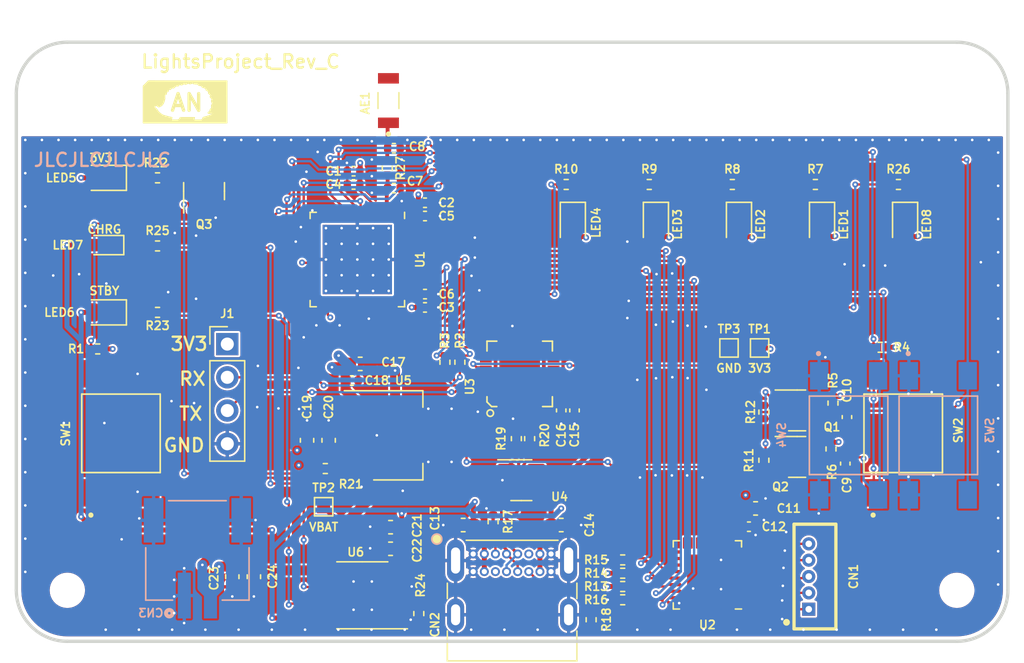
<source format=kicad_pcb>
(kicad_pcb (version 20211014) (generator pcbnew)
  (layers (0 "F.Cu" signal) (1 "In1.Cu" signal "GND") (2 "In2.Cu" signal "PWR") (31 "B.Cu" signal) (34 "B.Paste" user) (35 "F.Paste" user) (36 "B.SilkS" user "B.Silkscreen") (37 "F.SilkS" user "F.Silkscreen") (38 "B.Mask" user) (39 "F.Mask" user) (44 "Edge.Cuts" user))
  (net 0 "")
  (net 2 "+3V3")
  (net 3 "GND")
  (net 4 "/IO0")
  (net 5 "/ESP_EN")
  (net 6 "VBUS")
  (net 7 "+BATT")
  (net 8 "Net-(CN1-Pad1)")
  (net 9 "Net-(CN1-Pad2)")
  (net 10 "Net-(CN1-Pad3)")
  (net 11 "Net-(CN1-Pad4)")
  (net 12 "Net-(CN1-Pad5)")
  (net 13 "Net-(CN2-PadA5)")
  (net 14 "/USB1_P")
  (net 15 "/USB1_N")
  (net 17 "Net-(CN2-PadB5)")
  (net 19 "/UART_RX")
  (net 20 "/UART_TX")
  (net 21 "Net-(LED1-Pad1)")
  (net 22 "Net-(LED2-Pad1)")
  (net 23 "Net-(LED3-Pad1)")
  (net 24 "Net-(LED4-Pad1)")
  (net 25 "Net-(LED5-Pad1)")
  (net 26 "Net-(LED6-Pad1)")
  (net 27 "Net-(LED7-Pad1)")
  (net 28 "Net-(Q1-Pad1)")
  (net 29 "/RTS")
  (net 30 "Net-(Q2-Pad1)")
  (net 31 "/DTR")
  (net 32 "Net-(Q3-Pad1)")
  (net 33 "Net-(Q3-Pad3)")
  (net 34 "/BOT_BTN")
  (net 35 "Net-(R2-Pad2)")
  (net 36 "Net-(R3-Pad2)")
  (net 37 "/TOP_BTN")
  (net 38 "/LED4")
  (net 39 "/LED3")
  (net 40 "/LED2")
  (net 41 "/LED1")
  (net 42 "/CAP_CLK")
  (net 43 "/CAP_DATA")
  (net 44 "/CAP_ALERT")
  (net 45 "/CAP_RST")
  (net 46 "/USB2_P")
  (net 47 "/USB2_N")
  (net 48 "Net-(R23-Pad2)")
  (net 49 "Net-(R24-Pad1)")
  (net 50 "Net-(R25-Pad2)")
  (net 58 "Net-(LED8-Pad1)")
  (net 116 "/BT_CONN")
  (net 117 "/LNA_OUT")
  (net 118 "/LNA_IN")
  (footprint "Capacitor_SMD:C_0402_1005Metric" (layer "F.Cu") (at 134.401 65.046)
    (fp_text reference "C8")
    (fp_text value "2pF")
  )
  (footprint "Connector_PinHeader_2.54mm:PinHeader_1x04_P2.54mm_Vertical" (layer "F.Cu") (at 121.666 80.02)
    (fp_text reference "J1")
    (fp_text value "Conn_01x04")
  )
  (footprint "Resistor_SMD:R_0402_1005Metric" (layer "F.Cu") (at 167.8178 88.0364 -90)
    (fp_text reference "R6")
    (fp_text value "4.7k")
  )
  (footprint "MountingHole:MountingHole_2.2mm_M2_ISO14580" (layer "F.Cu") (at 177.43772 60.842296)
    (fp_text reference "H2" hide)
    (fp_text value "MountingHole")
  )
  (footprint "personal:ANT_AMCA31-2R450G-S1F-T3" (layer "F.Cu") (at 133.985 61.4035 90)
    (fp_text reference "AE1")
    (fp_text value "AMCA31-2R450G-S1F-T3")
  )
  (footprint "Resistor_SMD:R_0402_1005Metric" (layer "F.Cu") (at 151.892 96.52 180)
    (fp_text reference "R15")
    (fp_text value "4.7k")
  )
  (footprint "personal:2137160001" (layer "F.Cu") (at 143.433876 96.755407)
    (fp_text reference "CN2")
    (fp_text value "2137160001_MOL")
  )
  (footprint "Resistor_SMD:R_0402_1005Metric" (layer "F.Cu") (at 111.76 80.391 180)
    (fp_text reference "R1")
    (fp_text value "4.7k")
  )
  (footprint "Capacitor_SMD:C_0402_1005Metric" (layer "F.Cu") (at 147.193 85.09 -90)
    (fp_text reference "C16")
    (fp_text value "0.1uF")
  )
  (footprint "Capacitor_SMD:C_0402_1005Metric" (layer "F.Cu") (at 168.91 89.154 -90)
    (fp_text reference "C9")
    (fp_text value "0.1uF")
  )
  (footprint "personal:CurrentTestPoint" (layer "F.Cu") (at 162.358693 80.315983)
    (fp_text reference "TP1")
    (fp_text value "3V3")
  )
  (footprint "Package_TO_SOT_SMD:SOT-23" (layer "F.Cu") (at 119.888 68.326 90)
    (fp_text reference "Q3")
    (fp_text value "2N7002")
  )
  (footprint "Capacitor_SMD:C_0603_1608Metric" (layer "F.Cu") (at 134.147 94.018 180)
    (fp_text reference "C21")
    (fp_text value "4.7uF")
  )
  (footprint "Capacitor_SMD:C_0603_1608Metric" (layer "F.Cu") (at 129.413 87.376 90)
    (fp_text reference "C20")
    (fp_text value "2.2uF")
  )
  (footprint "Resistor_SMD:R_0402_1005Metric" (layer "F.Cu") (at 116.332 67.31 180)
    (fp_text reference "R22")
    (fp_text value "330")
  )
  (footprint "Capacitor_SMD:C_0402_1005Metric" (layer "F.Cu") (at 131.191 82.804)
    (fp_text reference "C18")
    (fp_text value "0.1uF")
  )
  (footprint "Resistor_SMD:R_0402_1005Metric" (layer "F.Cu") (at 133.893 66.57 -90)
    (fp_text reference "R27")
    (fp_text value "0")
  )
  (footprint "Capacitor_SMD:C_0603_1608Metric" (layer "F.Cu") (at 131.826 81.534)
    (fp_text reference "C17")
    (fp_text value "2.2uF")
  )
  (footprint "Capacitor_SMD:C_0603_1608Metric" (layer "F.Cu") (at 139.7 93.853 180)
    (fp_text reference "C13")
    (fp_text value "2.2uF")
  )
  (footprint "Capacitor_SMD:C_0402_1005Metric" (layer "F.Cu") (at 148.209 85.09 -90)
    (fp_text reference "C15")
    (fp_text value "1uF")
  )
  (footprint "MountingHole:MountingHole_2.2mm_M2_ISO14580" (layer "F.Cu") (at 177.43772 98.842297)
    (fp_text reference "H4" hide)
    (fp_text value "MountingHole")
  )
  (footprint "Resistor_SMD:R_0402_1005Metric" (layer "F.Cu") (at 141.986 93.599 90)
    (fp_text reference "R17")
    (fp_text value "5.1k")
  )
  (footprint "LED_SMD:LED_0805_2012Metric" (layer "F.Cu") (at 112.268 67.31 180)
    (fp_text reference "LED5")
    (fp_text value "NCD0805R1")
  )
  (footprint "LED_SMD:LED_0805_2012Metric" (layer "F.Cu") (at 154.432 70.866 -90)
    (fp_text reference "LED3")
    (fp_text value "NCD0805R1")
  )
  (footprint "Capacitor_SMD:C_0603_1608Metric" (layer "F.Cu") (at 123.698 97.803 -90)
    (fp_text reference "C24")
    (fp_text value "4.7uF")
  )
  (footprint "LED_SMD:LED_0603_1608Metric" (layer "F.Cu") (at 112.268 72.4535 180)
    (fp_text reference "LED7")
    (fp_text value "Y2C-CQ2R2L")
  )
  (footprint "Package_TO_SOT_SMD:SOT-23-6" (layer "F.Cu") (at 144.145 90.424)
    (fp_text reference "U4")
    (fp_text value "SRV05-4-P-T7")
  )
  (footprint "Resistor_SMD:R_0402_1005Metric" (layer "F.Cu") (at 136.306 100.622 -90)
    (fp_text reference "R24")
    (fp_text value "1.2k")
  )
  (footprint "Capacitor_SMD:C_0603_1608Metric" (layer "F.Cu") (at 147.193 93.853)
    (fp_text reference "C14")
    (fp_text value "2.2uF")
  )
  (footprint "Capacitor_SMD:C_0402_1005Metric" (layer "F.Cu") (at 161.544 93.98)
    (fp_text reference "C12")
    (fp_text value "0.1uF")
  )
  (footprint "Resistor_SMD:R_0402_1005Metric" (layer "F.Cu") (at 162.687 88.9 -90)
    (fp_text reference "R11")
    (fp_text value "10k")
  )
  (footprint "MountingHole:MountingHole_2.2mm_M2_ISO14580" (layer "F.Cu") (at 109.437703 98.842297)
    (fp_text reference "H3" hide)
    (fp_text value "MountingHole")
  )
  (footprint "personal:SW_2-1437565-8" (layer "F.Cu") (at 113.537721 86.842295 90)
    (fp_text reference "SW1")
    (fp_text value "FSM2JSMAA")
  )
  (footprint "Capacitor_SMD:C_0402_1005Metric" (layer "F.Cu") (at 136.779 77.216)
    (fp_text reference "C3")
    (fp_text value "1uF")
  )
  (footprint "personal:CurrentTestPoint" (layer "F.Cu") (at 160.02 80.315983)
    (fp_text reference "TP3")
    (fp_text value "GND")
  )
  (footprint "Capacitor_SMD:C_0402_1005Metric" (layer "F.Cu") (at 136.779 69.215)
    (fp_text reference "C2")
    (fp_text value "1uF")
  )
  (footprint "LED_SMD:LED_0805_2012Metric" (layer "F.Cu") (at 160.782 70.866 -90)
    (fp_text reference "LED2")
    (fp_text value "NCD0805R1")
  )
  (footprint "Resistor_SMD:R_0402_1005Metric" (layer "F.Cu") (at 172.974 67.818)
    (fp_text reference "R26")
    (fp_text value "330")
  )
  (footprint "Resistor_SMD:R_0402_1005Metric" (layer "F.Cu") (at 147.574 67.818)
    (fp_text reference "R10")
    (fp_text value "330")
  )
  (footprint "Resistor_SMD:R_0402_1005Metric" (layer "F.Cu") (at 153.924 67.818)
    (fp_text reference "R9")
    (fp_text value "330")
  )
  (footprint "Package_TO_SOT_SMD:SOT-23" (layer "F.Cu") (at 165.227 88.646)
    (fp_text reference "Q2")
    (fp_text value "MMBT3904")
  )
  (footprint "Package_TO_SOT_SMD:SOT-223-6_TabPin3" (layer "F.Cu") (at 134.747 86.995)
    (fp_text reference "U5")
    (fp_text value "MCP1826T-3302E_DC")
  )
  (footprint "LED_SMD:LED_0805_2012Metric" (layer "F.Cu") (at 173.482 70.866 -90)
    (fp_text reference "LED8")
    (fp_text value "NCD0805R1")
  )
  (footprint "Capacitor_SMD:C_0603_1608Metric" (layer "F.Cu") (at 127.762 87.376 90)
    (fp_text reference "C19")
    (fp_text value "2.2uF")
  )
  (footprint "Capacitor_SMD:C_0603_1608Metric" (layer "F.Cu") (at 162.052 92.583)
    (fp_text reference "C11")
    (fp_text value "2.2uF")
  )
  (footprint "Resistor_SMD:R_0402_1005Metric" (layer "F.Cu") (at 167.9702 84.5312 -90)
    (fp_text reference "R5")
    (fp_text value "10k")
  )
  (footprint "Resistor_SMD:R_0402_1005Metric" (layer "F.Cu") (at 139.446 81.407 90)
    (fp_text reference "R2")
    (fp_text value "0")
  )
  (footprint "Resistor_SMD:R_0402_1005Metric" (layer "F.Cu") (at 151.892 98.552)
    (fp_text reference "R13")
    (fp_text value "4.7k")
  )
  (footprint "personal:SW_2-1437565-8" (layer "F.Cu") (at 173.337728 86.842295 90)
    (fp_text reference "SW2")
    (fp_text value "FSM2JSMAA")
  )
  (footprint "Package_TO_SOT_SMD:SOT-23" (layer "F.Cu") (at 165.227 85.09)
    (fp_text reference "Q1")
    (fp_text value "MMBT3904")
  )
  (footprint "personal:QFN28G_0.5-5X5MM" (layer "F.Cu") (at 144.018 82.296 90)
    (fp_text reference "U3")
    (fp_text value "CP2102-GMR")
  )
  (footprint "Package_SO:HTSOP-8-1EP_3.9x4.9mm_P1.27mm_EP2.4x3.2mm" (layer "F.Cu") (at 131.988 99.225 180)
    (fp_text reference "U6")
    (fp_text value "TP4056-42-ESOP8")
  )
  (footprint "LED_SMD:LED_0805_2012Metric" (layer "F.Cu") (at 148.082 70.866 -90)
    (fp_text reference "LED4")
    (fp_text value "NCD0805R1")
  )
  (footprint "Resistor_SMD:R_0402_1005Metric" (layer "F.Cu") (at 129.159 89.535 180)
    (fp_text reference "R21")
    (fp_text value "100k")
  )
  (footprint "Resistor_SMD:R_0402_1005Metric" (layer "F.Cu") (at 116.332 77.597)
    (fp_text reference "R23")
    (fp_text value "1.5k")
  )
  (footprint "Capacitor_SMD:C_0402_1005Metric" (layer "F.Cu") (at 136.779 76.2)
    (fp_text reference "C6")
    (fp_text value "0.1uF")
  )
  (footprint "Resistor_SMD:R_0402_1005Metric" (layer "F.Cu") (at 151.892 99.568 180)
    (fp_text reference "R16")
    (fp_text value "4.7k")
  )
  (footprint "MountingHole:MountingHole_2.2mm_M2_ISO14580" (layer "F.Cu") (at 109.437703 60.842296)
    (fp_text reference "H1" hide)
    (fp_text value "MountingHole")
  )
  (footprint "Resistor_SMD:R_0402_1005Metric" (layer "F.Cu") (at 151.892 97.536)
    (fp_text reference "R14")
    (fp_text value "4.7k")
  )
  (footprint "personal:CurrentTestPoint" (layer "F.Cu") (at 129.032 92.456)
    (fp_text reference "TP2")
    (fp_text value "VBAT")
  )
  (footprint "Resistor_SMD:R_0402_1005Metric" (layer "F.Cu") (at 149.479 101.092 -90)
    (fp_text reference "R18")
    (fp_text value "5.1k")
  )
  (footprint "Resistor_SMD:R_0402_1005Metric" (layer "F.Cu") (at 143.764 87.249 90)
    (fp_text reference "R19")
    (fp_text value "0")
  )
  (footprint "Resistor_SMD:R_0402_1005Metric" (layer "F.Cu") (at 138.303 81.407 90)
    (fp_text reference "R3")
    (fp_text value "0")
  )
  (footprint "Package_DFN_QFN:QFN-48-1EP_7x7mm_P0.5mm_EP5.3x5.3mm_ThermalVias" (layer "F.Cu") (at 131.607 73.555 -90)
    (fp_text reference "U1")
    (fp_text value "ESP32-PICO-D4")
  )
  (footprint "Capacitor_SMD:C_0402_1005Metric" (layer "F.Cu") (at 131.318 67.818 180)
    (fp_text reference "C4")
    (fp_text value "0.1uF")
  )
  (footprint "LED_SMD:LED_0805_2012Metric" (layer "F.Cu") (at 167.132 70.866 -90)
    (fp_text reference "LED1")
    (fp_text value "NCD0805R1")
  )
  (footprint "Resistor_SMD:R_0402_1005Metric" (layer "F.Cu") (at 160.274 67.818)
    (fp_text reference "R8")
    (fp_text value "330")
  )
  (footprint "personal:0530470510" (layer "F.Cu") (at 166.116 97.79 90)
    (fp_text reference "CN1")
    (fp_text value "0530470510")
  )
  (footprint "Resistor_SMD:R_0402_1005Metric" (layer "F.Cu") (at 162.687 85.217 -90)
    (fp_text reference "R12")
    (fp_text value "10k")
  )
  (footprint "Resistor_SMD:R_0402_1005Metric" (layer "F.Cu") (at 116.332 72.517)
    (fp_text reference "R25")
    (fp_text value "1.5k")
  )
  (footprint "Capacitor_SMD:C_0603_1608Metric" (layer "F.Cu") (at 122.047 97.803 -90)
    (fp_text reference "C23")
    (fp_text value "4.7uF")
  )
  (footprint "Resistor_SMD:R_0402_1005Metric" (layer "F.Cu") (at 171.577 80.264 180)
    (fp_text reference "R4")
    (fp_text value "4.7k")
  )
  (footprint "Resistor_SMD:R_0402_1005Metric" (layer "F.Cu") (at 166.624 67.818)
    (fp_text reference "R7")
    (fp_text value "330")
  )
  (footprint "Capacitor_SMD:C_0603_1608Metric" (layer "F.Cu") (at 134.147 95.669 180)
    (fp_text reference "C22")
    (fp_text value "4.7uF")
  )
  (footprint "Capacitor_SMD:C_0402_1005Metric" (layer "F.Cu") (at 131.318 66.802 180)
    (fp_text reference "C1")
    (fp_text value "1uF")
  )
  (footprint "Resistor_SMD:R_0402_1005Metric" (layer "F.Cu") (at 144.78 87.249 90)
    (fp_text reference "R20")
    (fp_text value "0")
  )
  (footprint "personal:LogoSmall" (layer "F.Cu") (at 115.2652 63.0936)
    (fp_text reference "REF**" hide)
    (fp_text value "LogoSmall" hide)
  )
  (footprint "LED_SMD:LED_0805_2012Metric" (layer "F.Cu") (at 112.268 77.597 180)
    (fp_text reference "LED6")
    (fp_text value "NCD0805R1")
  )
  (footprint "Package_DFN_QFN:QFN-32-1EP_5x5mm_P0.5mm_EP3.1x3.1mm" (layer "F.Cu") (at 158.369 97.663 180)
    (fp_text reference "U2")
    (fp_text value "CAP1114-1-EZK-TR")
  )
  (footprint "Capacitor_SMD:C_0402_1005Metric" (layer "F.Cu") (at 134.401 68.094)
    (fp_text reference "C7")
    (fp_text value "2.7pF")
  )
  (footprint "Capacitor_SMD:C_0402_1005Metric" (layer "F.Cu") (at 136.779 70.231)
    (fp_text reference "C5")
    (fp_text value "0.1uF")
  )
  (footprint "Capacitor_SMD:C_0402_1005Metric" (layer "F.Cu") (at 169.037 85.598 -90)
    (fp_text reference "C10")
    (fp_text value "1uF")
  )
  (footprint "personal:SW_2-1437565-8" (layer "B.Cu") (at 176.022 86.995 -90)
    (fp_text reference "SW3")
    (fp_text value "FSM2JSMAA")
  )
  (footprint "personal:JST_S2B-PH-SM4-TB(LF)(SN)" (layer "B.Cu") (at 119.38 99.243)
    (fp_text reference "CN3")
    (fp_text value "S2B-PH-SM4-TB(LF)(SN)")
  )
  (footprint "personal:SW_2-1437565-8" (layer "B.Cu") (at 169.164 86.995 -90)
    (fp_text reference "SW4")
    (fp_text value "FSM2JSMAA")
  )
  (gr_line (start 105.537716 60.842284) (end 105.537716 98.842284) (layer "Edge.Cuts") (width 0.254))
  (gr_arc (start 105.537716 60.842284) (mid 106.68 58.084568) (end 109.437716 56.942284) (layer "Edge.Cuts") (width 0.254))
  (gr_line (start 181.337716 60.842284) (end 181.337716 98.842284) (layer "Edge.Cuts") (width 0.254))
  (gr_line (start 109.437716 56.942284) (end 177.437716 56.942284) (layer "Edge.Cuts") (width 0.254))
  (gr_line (start 109.437716 102.742284) (end 177.437716 102.742284) (layer "Edge.Cuts") (width 0.254))
  (gr_arc (start 181.337716 98.842284) (mid 180.195432 101.6) (end 177.437716 102.742284) (layer "Edge.Cuts") (width 0.254))
  (gr_arc (start 109.437716 102.742284) (mid 106.68 101.6) (end 105.537716 98.842284) (layer "Edge.Cuts") (width 0.254))
  (gr_arc (start 177.437716 56.942284) (mid 180.195432 58.084568) (end 181.337716 60.842284) (layer "Edge.Cuts") (width 0.254))
  (gr_text "JLCJLCJLCJLC" (at 112.1156 65.9384) (layer "B.SilkS") (effects (font (size 1.016 1.016) (thickness 0.1778))))
  (gr_text "LightsProject_Rev_C" (at 122.682 58.42) (layer "F.SilkS") (effects (font (size 1.016 1.016) (thickness 0.1778))))
  (gr_text "GND" (at 118.364 87.757) (layer "F.SilkS") (effects (font (size 1.016 1.016) (thickness 0.1778))))
  (gr_text "TX" (at 118.872 85.344) (layer "F.SilkS") (effects (font (size 1.016 1.016) (thickness 0.1778))))
  (gr_text "3V3" (at 118.745 80.01) (layer "F.SilkS") (effects (font (size 1.016 1.016) (thickness 0.1778))))
  (gr_text "RX" (at 118.999 82.677) (layer "F.SilkS") (effects (font (size 1.016 1.016) (thickness 0.1778))))
  (segment (start 172.087 80.264) (end 172.72 80.264) (width 0.381) (layer "F.Cu") (net 2))
  (segment (start 136.271 68.58) (end 136.271 69.187) (width 0.381) (layer "F.Cu") (net 2))
  (segment (start 162.358693 80.315983) (end 163.119983 80.315983) (width 0.381) (layer "F.Cu") (net 2))
  (segment (start 151.382 98.552) (end 150.749 98.552) (width 0.381) (layer "F.Cu") (net 2))
  (segment (start 127.762 88.646) (end 127.127 89.281) (width 0.762) (layer "F.Cu") (net 2))
  (segment (start 173.482 71.8035) (end 174.4495 71.8035) (width 0.381) (layer "F.Cu") (net 2))
  (segment (start 160.782 71.8035) (end 161.7195 71.8035) (width 0.381) (layer "F.Cu") (net 2))
  (segment (start 167.132 71.8035) (end 168.0995 71.8035) (width 0.381) (layer "F.Cu") (net 2))
  (segment (start 136.271 71.374) (end 136.271 70.259) (width 0.1778) (layer "F.Cu") (net 2))
  (segment (start 127.762 88.151) (end 127.013 88.151) (width 0.762) (layer "F.Cu") (net 2))
  (segment (start 131.6095 88.265) (end 129.527 88.265) (width 0.762) (layer "F.Cu") (net 2))
  (segment (start 134.357 70.105) (end 136.173 70.105) (width 0.1778) (layer "F.Cu") (net 2))
  (segment (start 129.413 88.151) (end 127.762 88.151) (width 0.762) (layer "F.Cu") (net 2))
  (segment (start 154.432 71.8035) (end 155.3695 71.8035) (width 0.381) (layer "F.Cu") (net 2))
  (segment (start 128.157 73.805) (end 127.399 73.805) (width 0.1778) (layer "F.Cu") (net 2))
  (segment (start 161.29 91.567) (end 161.29 92.57) (width 0.762) (layer "F.Cu") (net 2))
  (segment (start 163.119983 80.315983) (end 163.195 80.391) (width 0.381) (layer "F.Cu") (net 2))
  (segment (start 135.763 77.216) (end 136.299 77.216) (width 0.381) (layer "F.Cu") (net 2))
  (segment (start 135.84 71.805) (end 136.271 71.374) (width 0.1778) (layer "F.Cu") (net 2))
  (segment (start 136.271 72.9234) (end 136.271 71.374) (width 0.1778) (layer "F.Cu") (net 2))
  (segment (start 174.4495 71.8035) (end 174.498 71.755) (width 0.381) (layer "F.Cu") (net 2))
  (segment (start 155.3695 71.8035) (end 155.448 71.882) (width 0.381) (layer "F.Cu") (net 2))
  (segment (start 132.857 70.105) (end 133.357 70.105) (width 0.1778) (layer "F.Cu") (net 2))
  (segment (start 135.057 73.305) (end 135.8894 73.305) (width 0.1778) (layer "F.Cu") (net 2))
  (segment (start 168.0995 71.8035) (end 168.148 71.755) (width 0.381) (layer "F.Cu") (net 2))
  (segment (start 131.826 66.774) (end 131.798 66.802) (width 0.381) (layer "F.Cu") (net 2))
  (segment (start 131.798 66.802) (end 131.798 67.818) (width 0.381) (layer "F.Cu") (net 2))
  (segment (start 136.173 70.105) (end 136.299 70.231) (width 0.1778) (layer "F.Cu") (net 2))
  (segment (start 135.8894 73.305) (end 136.271 72.9234) (width 0.1778) (layer "F.Cu") (net 2))
  (segment (start 168.3786 87.5264) (end 168.402 87.503) (width 0.381) (layer "F.Cu") (net 2))
  (segment (start 129.357 77.795) (end 129.54 77.978) (width 0.1778) (layer "F.Cu") (net 2))
  (segment (start 151.382 97.536) (end 150.749 97.536) (width 0.381) (layer "F.Cu") (net 2))
  (segment (start 161.7195 71.8035) (end 161.798 71.882) (width 0.381) (layer "F.Cu") (net 2))
  (segment (start 127.399 73.805) (end 127.381 73.787) (width 0.1778) (layer "F.Cu") (net 2))
  (segment (start 167.9702 84.0212) (end 168.4548 84.0212) (width 0.381) (layer "F.Cu") (net 2))
  (segment (start 129.527 88.265) (end 129.413 88.151) (width 0.762) (layer "F.Cu") (net 2))
  (segment (start 149.0195 71.8035) (end 149.098 71.882) (width 0.381) (layer "F.Cu") (net 2))
  (segment (start 127.762 88.648) (end 127.762 88.151) (width 0.1778) (layer "F.Cu") (net 2))
  (segment (start 160.8065 95.913) (end 160.8065 94.2375) (width 0.381) (layer "F.Cu") (net 2))
  (segment (start 136.194 76.305) (end 136.299 76.2) (width 0.1778) (layer "F.Cu") (net 2))
  (segment (start 160.8065 94.2375) (end 161.064 93.98) (width 0.381) (layer "F.Cu") (net 2))
  (segment (start 161.29 92.57) (end 161.277 92.583) (width 0.762) (layer "F.Cu") (net 2))
  (segment (start 167.8178 87.5264) (end 168.3786 87.5264) (width 0.381) (layer "F.Cu") (net 2))
  (segment (start 128.649 89.535) (end 127.762 88.648) (width 0.1778) (layer "F.Cu") (net 2))
  (segment (start 129.357 77.005) (end 129.357 77.795) (width 0.1778) (layer "F.Cu") (net 2))
  (segment (start 136.271 70.259) (end 136.299 70.231) (width 0.1778) (layer "F.Cu") (net 2))
  (segment (start 131.826 66.167) (end 131.826 66.774) (width 0.381) (layer "F.Cu") (net 2))
  (segment (start 132.857 69.357) (end 131.798 68.298) (width 0.1778) (layer "F.Cu") (net 2))
  (segment (start 131.798 68.298) (end 131.798 67.818) (width 0.1778) (layer "F.Cu") (net 2))
  (segment (start 112.903 80.391) (end 112.27 80.391) (width 0.381) (layer "F.Cu") (net 2))
  (segment (start 127.013 88.151) (end 127 88.138) (width 0.762) (layer "F.Cu") (net 2))
  (segment (start 161.277 92.583) (end 161.064 92.796) (width 0.762) (layer "F.Cu") (net 2))
  (segment (start 136.299 69.215) (end 136.299 70.231) (width 0.381) (layer "F.Cu") (net 2))
  (segment (start 127.762 88.151) (end 127.762 88.646) (width 0.762) (layer "F.Cu") (net 2))
  (segment (start 136.271 69.187) (end 136.299 69.215) (width 0.381) (layer "F.Cu") (net 2))
  (segment (start 135.057 71.805) (end 135.84 71.805) (width 0.1778) (layer "F.Cu") (net 2))
  (segment (start 168.4548 84.0212) (end 168.529 83.947) (width 0.381) (layer "F.Cu") (net 2))
  (segment (start 132.857 70.105) (end 132.857 69.357) (width 0.1778) (layer "F.Cu") (net 2))
  (segment (start 136.299 77.216) (end 136.299 76.2) (width 0.381) (layer "F.Cu") (net 2))
  (segment (start 161.064 92.796) (end 161.064 93.98) (width 0.762) (layer "F.Cu") (net 2))
  (segment (start 110.49 67.31) (end 111.3305 67.31) (width 0.381) (layer "F.Cu") (net 2))
  (segment (start 135.057 76.305) (end 136.194 76.305) (width 0.1778) (layer "F.Cu") (net 2))
  (segment (start 148.082 71.8035) (end 149.0195 71.8035) (width 0.381) (layer "F.Cu") (net 2))
  (via (at 129.54 77.978) (size 0.45) (drill 0.2) (layers "F.Cu" "B.Cu") (net 2))
  (via (at 150.749 98.552) (size 0.45) (drill 0.2) (layers "F.Cu" "B.Cu") (net 2))
  (via (at 150.749 97.536) (size 0.45) (drill 0.2) (layers "F.Cu" "B.Cu") (net 2))
  (via (at 172.72 80.264) (size 0.45) (drill 0.2) (layers "F.Cu" "B.Cu") (net 2))
  (via (at 174.498 71.755) (size 0.45) (drill 0.2) (layers "F.Cu" "B.Cu") (net 2))
  (via (at 131.826 66.167) (size 0.45) (drill 0.2) (layers "F.Cu" "B.Cu") (net 2))
  (via (at 149.098 71.882) (size 0.45) (drill 0.2) (layers "F.Cu" "B.Cu") (net 2))
  (via (at 161.29 91.567) (size 0.45) (drill 0.2) (layers "F.Cu" "B.Cu") (net 2))
  (via (at 168.402 87.503) (size 0.45) (drill 0.2) (layers "F.Cu" "B.Cu") (net 2))
  (via (at 135.763 77.216) (size 0.45) (drill 0.2) (layers "F.Cu" "B.Cu") (net 2))
  (via (at 110.49 67.31) (size 0.45) (drill 0.2) (layers "F.Cu" "B.Cu") (net 2))
  (via (at 155.448 71.882) (size 0.45) (drill 0.2) (layers "F.Cu" "B.Cu") (net 2))
  (via (at 163.195 80.391) (size 0.45) (drill 0.2) (layers "F.Cu" "B.Cu") (net 2))
  (via (at 161.798 71.882) (size 0.45) (drill 0.2) (layers "F.Cu" "B.Cu") (net 2))
  (via (at 127 88.138) (size 0.45) (drill 0.2) (layers "F.Cu" "B.Cu") (net 2))
  (via (at 112.903 80.391) (size 0.45) (drill 0.2) (layers "F.Cu" "B.Cu") (net 2))
  (via (at 168.529 83.947) (size 0.45) (drill 0.2) (layers "F.Cu" "B.Cu") (net 2))
  (via (at 127.381 73.787) (size 0.45) (drill 0.2) (layers "F.Cu" "B.Cu") (net 2))
  (via (at 136.271 68.58) (size 0.45) (drill 0.2) (layers "F.Cu" "B.Cu") (net 2))
  (via (at 168.148 71.755) (size 0.45) (drill 0.2) (layers "F.Cu" "B.Cu") (net 2))
  (via (at 127.127 89.281) (size 0.45) (drill 0.2) (layers "F.Cu" "B.Cu") (net 2))
  (segment (start 130.838 66.802) (end 130.838 67.818) (width 0.1778) (layer "F.Cu") (net 3))
  (via (at 148.1328 64.4144) (size 0.45) (drill 0.2) (layers "F.Cu" "B.Cu") (net 3))
  (via (at 170.9928 64.4144) (size 0.45) (drill 0.2) (layers "F.Cu" "B.Cu") (net 3))
  (via (at 180.594 83.1596) (size 0.45) (drill 0.2) (layers "F.Cu" "B.Cu") (net 3))
  (via (at 122.047 99.314) (size 0.45) (drill 0.2) (layers "F.Cu" "B.Cu") (net 3))
  (via (at 106.2228 72.0344) (size 0.45) (drill 0.2) (layers "F.Cu" "B.Cu") (net 3))
  (via (at 119.9896 101.854) (size 0.45) (drill 0.2) (layers "F.Cu" "B.Cu") (net 3))
  (via (at 120.777 70.358) (size 0.45) (drill 0.2) (layers "F.Cu" "B.Cu") (net 3))
  (via (at 139.2428 64.4144) (size 0.45) (drill 0.2) (layers "F.Cu" "B.Cu") (net 3))
  (via (at 117.3988 84.3788) (size 0.45) (drill 0.2) (layers "F.Cu" "B.Cu") (net 3))
  (via (at 158.2928 83.5152) (size 0.45) (drill 0.2) (layers "F.Cu" "B.Cu") (net 3))
  (via (at 127.1524 84.9884) (size 0.45) (drill 0.2) (layers "F.Cu" "B.Cu") (net 3))
  (via (at 130.2512 78.5876) (size 0.45) (drill 0.2) (layers "F.Cu" "B.Cu") (net 3))
  (via (at 116.3828 64.4144) (size 0.45) (drill 0.2) (layers "F.Cu" "B.Cu") (net 3))
  (via (at 145.5928 64.4144) (size 0.45) (drill 0.2) (layers "F.Cu" "B.Cu") (net 3))
  (via (at 155.7528 64.4144) (size 0.45) (drill 0.2) (layers "F.Cu" "B.Cu") (net 3))
  (via (at 164.6428 64.4144) (size 0.45) (drill 0.2) (layers "F.Cu" "B.Cu") (net 3))
  (via (at 172.2628 64.4144) (size 0.45) (drill 0.2) (layers "F.Cu" "B.Cu") (net 3))
  (via (at 180.594 93.3196) (size 0.45) (drill 0.2) (layers "F.Cu" "B.Cu") (net 3))
  (via (at 117.4496 101.854) (size 0.45) (drill 0.2) (layers "F.Cu" "B.Cu") (net 3))
  (via (at 156.851712 78.610052) (size 0.45) (drill 0.2) (layers "F.Cu" "B.Cu") (net 3))
  (via (at 132.6896 101.854) (size 0.45) (drill 0.2) (layers "F.Cu" "B.Cu") (net 3))
  (via (at 170.7896 101.854) (size 0.45) (drill 0.2) (layers "F.Cu" "B.Cu") (net 3))
  (via (at 126.8984 72.1868) (size 0.45) (drill 0.2) (layers "F.Cu" "B.Cu") (net 3))
  (via (at 154.432402 78.540709) (size 0.45) (drill 0.2) (layers "F.Cu" "B.Cu") (net 3))
  (via (at 130.81 66.167) (size 0.45) (drill 0.2) (layers "F.Cu" "B.Cu") (net 3))
  (via (at 173.736 83.82) (size 0.45) (drill 0.2) (layers "F.Cu" "B.Cu") (net 3))
  (via (at 154.439244 82.633056) (size 0.45) (drill 0.2) (layers "F.Cu" "B.Cu") (net 3))
  (via (at 135.6868 101.092) (size 0.45) (drill 0.2) (layers "F.Cu" "B.Cu") (net 3))
  (via (at 180.594 67.9196) (size 0.45) (drill 0.2) (layers "F.Cu" "B.Cu") (net 3))
  (via (at 113.8428 64.4144) (size 0.45) (drill 0.2) (layers "F.Cu" "B.Cu") (net 3))
  (via (at 142.6972 90.424) (size 0.45) (drill 0.2) (layers "F.Cu" "B.Cu") (net 3))
  (via (at 112.268 86.0552) (size 0.45) (drill 0.2) (layers "F.Cu" "B.Cu") (net 3))
  (via (at 131.9276 90.932) (size 0.45) (drill 0.2) (layers "F.Cu" "B.Cu") (net 3))
  (via (at 137.7696 101.854) (size 0.45) (drill 0.2) (layers "F.Cu" "B.Cu") (net 3))
  (via (at 143.51 85.725) (size 0.45) (drill 0.2) (layers "F.Cu" "B.Cu") (net 3))
  (via (at 164.1348 98.5012) (size 0.45) (drill 0.2) (layers "F.Cu" "B.Cu") (net 3))
  (via (at 155.675655 74.619498) (size 0.45) (drill 0.2) (layers "F.Cu" "B.Cu") (net 3))
  (via (at 156.21 99.822) (size 0.45) (drill 0.2) (layers "F.Cu" "B.Cu") (net 3))
  (via (at 117.1448 76.0476) (size 0.45) (drill 0.2) (layers "F.Cu" "B.Cu") (net 3))
  (via (at 152.2476 78.0288) (size 0.45) (drill 0.2) (layers "F.Cu" "B.Cu") (net 3))
  (via (at 114.9096 101.854) (size 0.45) (drill 0.2) (layers "F.Cu" "B.Cu") (net 3))
  (via (at 124.0028 81.6864) (size 0.45) (drill 0.2) (layers "F.Cu" "B.Cu") (net 3))
  (via (at 106.2228 64.4144) (size 0.45) (drill 0.2) (layers "F.Cu" "B.Cu") (net 3))
  (via (at 180.594 78.0796) (size 0.45) (drill 0.2) (layers "F.Cu" "B.Cu") (net 3))
  (via (at 113.5888 94.9452) (size 0.45) (drill 0.2) (layers "F.Cu" "B.Cu") (net 3))
  (via (at 108.7628 64.4144) (size 0.45) (drill 0.2) (layers "F.Cu" "B.Cu") (net 3))
  (via (at 167.386 81.026) (size 0.45) (drill 0.2) (layers "F.Cu" "B.Cu") (net 3))
  (via (at 176.0728 64.4144) (size 0.45) (drill 0.2) (layers "F.Cu" "B.Cu") (net 3))
  (via (at 146.8628 64.4144) (size 0.45) (drill 0.2) (layers "F.Cu" "B.Cu") (net 3))
  (via (at 133.096 86.995) (size 0.45) (drill 0.2) (layers "F.Cu" "B.Cu") (net 3))
  (via (at 119.2784 71.7296) (size 0.45) (drill 0.2) (layers "F.Cu" "B.Cu") (net 3))
  (via (at 138.811 84.963) (size 0.45) (drill 0.2) (layers "F.Cu" "B.Cu") (net 3))
  (via (at 125.5776 84.9376) (size 0.45) (drill 0.2) (layers "F.Cu" "B.Cu") (net 3))
  (via (at 131.318 100.33) (size 0.45) (drill 0.2) (layers "F.Cu" "B.Cu") (net 3))
  (via (at 148.209 86.106) (size 0.45) (drill 0.2) (layers "F.Cu" "B.Cu") (net 3))
  (via (at 154.4828 64.4144) (size 0.45) (drill 0.2) (layers "F.Cu" "B.Cu") (net 3))
  (via (at 117.602 98.044) (size 0.45) (drill 0.2) (layers "F.Cu" "B.Cu") (net 3))
  (via (at 129.413 85.852) (size 0.45) (drill 0.2) (layers "F.Cu" "B.Cu") (net 3))
  (via (at 106.2228 82.1944) (size 0.45) (drill 0.2) (layers "F.Cu" "B.Cu") (net 3))
  (via (at 128.5748 65.3288) (size 0.45) (drill 0.2) (layers "F.Cu" "B.Cu") (net 3))
  (via (at 127.716489 66.843328) (size 0.45) (drill 0.2) (layers "F.Cu" "B.Cu") (net 3))
  (via (at 153.0096 82.7532) (size 0.45) (drill 0.2) (layers "F.Cu" "B.Cu") (net 3))
  (via (at 175.641 90.043) (size 0.45) (drill 0.2) (layers "F.Cu" "B.Cu") (net 3))
  (via (at 130.1496 101.854) (size 0.45) (drill 0.2) (layers "F.Cu" "B.Cu") (net 3))
  (via (at 162.052 94.615) (size 0.45) (drill 0.2) (layers "F.Cu" "B.Cu") (net 3))
  (via (at 156.854701 82.621499) (size 0.45) (drill 0.2) (layers "F.Cu" "B.Cu") (net 3))
  (via (at 180.594 88.2396) (size 0.45) (drill 0.2) (layers "F.Cu" "B.Cu") (net 3))
  (via (at 109.1692 86.0552) (size 0.45) (drill 0.2) (layers "F.Cu" "B.Cu") (net 3))
  (via (at 135.001 69.088) (size 0.45) (drill 0.2) (layers "F.Cu" "B.Cu") (net 3))
  (via (at 127.762 85.852) (size 0.45) (drill 0.2) (layers "F.Cu" "B.Cu") (net 3))
  (via (at 127.6096 101.854) (size 0.45) (drill 0.2) (layers "F.Cu" "B.Cu") (net 3))
  (via (at 108.3564 74.7776) (size 0.45) (drill 0.2) (layers "F.Cu" "B.Cu") (net 3))
  (via (at 132.715 65.913) (size 0.45) (drill 0.2) (layers "F.Cu" "B.Cu") (net 3))
  (via (at 142.8496 101.854) (size 0.45) (drill 0.2) (layers "F.Cu" "B.Cu") (net 3))
  (via (at 151.9428 64.4144) (size 0.45) (drill 0.2) (layers "F.Cu" "B.Cu") (net 3))
  (via (at 130.3528 64.4144) (size 0.45) (drill 0.2) (layers "F.Cu" "B.Cu") (net 3))
  (via (at 135.001 67.056) (size 0.45) (drill 0.2) (layers "F.Cu" "B.Cu") (net 3))
  (via (at 140.8176 85.1916) (size 0.45) (drill 0.2) (layers "F.Cu" "B.Cu") (net 3))
  (via (at 164.084 101.0412) (size 0.45) (drill 0.2) (layers "F.Cu" "B.Cu") (net 3))
  (via (at 106.2228 74.5744) (size 0.45) (drill 0.2) (layers "F.Cu" "B.Cu") (net 3))
  (via (at 150.6728 64.4144) (size 0.45) (drill 0.2) (layers "F.Cu" "B.Cu") (net 3))
  (via (at 110.0328 64.4144) (size 0.45) (drill 0.2) (layers "F.Cu" "B.Cu") (net 3))
  (via (at 132.715 64.516) (size 0.45) (drill 0.2) (layers "F.Cu" "B.Cu") (net 3))
  (via (at 147.193 86.106) (size 0.45) (drill 0.2) (layers "F.Cu" "B.Cu") (net 3))
  (via (at 145.3896 101.854) (size 0.45) (drill 0.2) (layers "F.Cu" "B.Cu") (net 3))
  (via (at 106.2228 77.1144) (size 0.45) (drill 0.2) (layers "F.Cu" "B.Cu") (net 3))
  (via (at 118.369809 97.155) (size 0.45) (drill 0.2) (layers "F.Cu" "B.Cu") (net 3))
  (via (at 164.084 99.6188) (size 0.45) (drill 0.2) (layers "F.Cu" "B.Cu") (net 3))
  (via (at 153.2128 90.2208) (size 0.45) (drill 0.2) (layers "F.Cu" "B.Cu") (net 3))
  (via (at 132.4864 78.0796) (size 0.45) (drill 0.2) (layers "F.Cu" "B.Cu") (net 3))
  (via (at 165.7096 101.854) (size 0.45) (drill 0.2) (layers "F.Cu" "B.Cu") (net 3))
  (via (at 152.354459 76.716453) (size 0.45) (drill 0.2) (layers "F.Cu" "B.Cu") (net 3))
  (via (at 173.5328 64.4144) (size 0.45) (drill 0.2) (layers "F.Cu" "B.Cu") (net 3))
  (via (at 119.2784 76.5556) (size 0.45) (drill 0.2) (layers "F.Cu" "B.Cu") (net 3))
  (via (at 164.2872 95.8088) (size 0.45) (drill 0.2) (layers "F.Cu" "B.Cu") (net 3))
  (via (at 159.5628 64.4144) (size 0.45) (drill 0.2) (layers "F.Cu" "B.Cu") (net 3))
  (via (at 173.3296 101.854) (size 0.45) (drill 0.2) (layers "F.Cu" "B.Cu") (net 3))
  (via (at 167.1828 64.4144) (size 0.45) (drill 0.2) (layers "F.Cu" "B.Cu") (net 3))
  (via (at 122.7328 64.4144) (size 0.45) (drill 0.2) (layers "F.Cu" "B.Cu") (net 3))
  (via (at 106.2228 69.4944) (size 0.45) (drill 0.2) (layers "F.Cu" "B.Cu") (net 3))
  (via (at 158.242 78.6892) (size 0.45) (drill 0.2) (layers "F.Cu" "B.Cu") (net 3))
  (via (at 114.808 82.296) (size 0.45) (drill 0.2) (layers "F.Cu" "B.Cu") (net 3))
  (via (at 106.2228 89.8144) (size 0.45) (drill 0.2) (layers "F.Cu" "B.Cu") (net 3))
  (via (at 115.1128 64.4144) (size 0.45) (drill 0.2) (layers "F.Cu" "B.Cu") (net 3))
  (via (at 149.4028 64.4144) (size 0.45) (drill 0.2) (layers "F.Cu" "B.Cu") (net 3))
  (via (at 140.589 73.406) (size 0.45) (drill 0.2) (layers "F.Cu" "B.Cu") (net 3))
  (via (at 132.715 67.183) (size 0.45) (drill 0.2) (layers "F.Cu" "B.Cu") (net 3))
  (via (at 106.2228 87.2744) (size 0.45) (drill 0.2) (layers "F.Cu" "B.Cu") (net 3))
  (via (at 179.2732 73.7616) (size 0.45) (drill 0.2) (layers "F.Cu" "B.Cu") (net 3))
  (via (at 175.514 83.693) (size 0.45) (drill 0.2) (layers "F.Cu" "B.Cu") (net 3))
  (via (at 148.717 93.853) (size 0.45) (drill 0.2) (layers "F.Cu" "B.Cu") (net 3))
  (via (at 170.3324 74.0156) (size 0.45) (drill 0.2) (layers "F.Cu" "B.Cu") (net 3))
  (via (at 180.594 70.4596) (size 0.45) (drill 0.2) (layers "F.Cu" "B.Cu") (net 3))
  (via (at 164.1856 97.1296) (size 0.45) (drill 0.2) (layers "F.Cu" "B.Cu") (net 3))
  (via (at 124.0028 64.4144) (size 0.45) (drill 0.2) (layers "F.Cu" "B.Cu") (net 3))
  (via (at 127.1016 81.8388) (size 0.45) (drill 0.2) (layers "F.Cu" "B.Cu") (net 3))
  (via (at 120.1928 64.4144) (size 0.45) (drill 0.2) (layers "F.Cu" "B.Cu") (net 3))
  (via (at 152.2476 72.1868) (size 0.45) (drill 0.2) (layers "F.Cu" "B.Cu") (net 3))
  (via (at 144.3228 64.4144) (size 0.45) (drill 0.2) (layers "F.Cu" "B.Cu") (net 3))
  (via (at 135.2296 101.854) (size 0.45) (drill 0.2) (layers "F.Cu" "B.Cu") (net 3))
  (via (at 117.6528 71.5264) (size 0.45) (drill 0.2) (layers "F.Cu" "B.Cu") (net 3))
  (via (at 132.588 93.98) (size 0.45) (drill 0.2) (layers "F.Cu" "B.Cu") (net 3))
  (via (at 178.6128 64.4144) (size 0.45) (drill 0.2) (layers "F.Cu" "B.Cu") (net 3))
  (via (at 123.825 93.472) (size 0.45) (drill 0.2) (layers "F.Cu" "B.Cu") (net 3))
  (via (at 137.795 77.216) (size 0.45) (drill 0.2) (layers "F.Cu" "B.Cu") (net 3))
  (via (at 137.795 76.2) (size 0.45) (drill 0.2) (layers "F.Cu" "B.Cu") (net 3))
  (via (at 173.736 90.17) (size 0.45) (drill 0.2) (layers "F.Cu" "B.Cu") (net 3))
  (via (at 135.0772 91.2368) (size 0.45) (drill 0.2) (layers "F.Cu" "B.Cu") (net 3))
  (via (at 132.715 68.453) (size 0.45) (drill 0.2) (layers "F.Cu" "B.Cu") (net 3))
  (via (at 132.588 95.631) (size 0.45) (drill 0.2) (layers "F.Cu" "B.Cu") (net 3))
  (via (at 166.878 92.964) (size 0.45) (drill 0.2) (layers "F.Cu" "B.Cu") (net 3))
  (via (at 135.4328 64.4144) (size 0.45) (drill 0.2) (layers "F.Cu" "B.Cu") (net 3))
  (via (at 179.8828 64.4144) (size 0.45) (drill 0.2) (layers "F.Cu" "B.Cu") (net 3))
  (via (at 157.2768 98.7044) (size 0.45) (drill 0.2) (layers "F.Cu" "B.Cu") (net 3))
  (via (at 157.988 90.2208) (size 0.45) (drill 0.2) (layers "F.Cu" "B.Cu") (net 3))
  (via (at 180.594 65.3796) (size 0.45) (drill 0.2) (layers "F.Cu" "B.Cu") (net 3))
  (via (at 107.4928 64.4144) (size 0.45) (drill 0.2) (layers "F.Cu" "B.Cu") (net 3))
  (via (at 140.935716 75.911974) (size 0.45) (drill 0.2) (layers "F.Cu" "B.Cu") (net 3))
  (via (at 180.594 98.3996) (size 0.45) (drill 0.2) (layers "F.Cu" "B.Cu") (net 3))
  (via (at 159.4104 98.7552) (size 0.45) (drill 0.2) (layers "F.Cu" "B.Cu") (net 3))
  (via (at 106.2228 94.8944) (size 0.45) (drill 0.2) (layers "F.Cu" "B.Cu") (net 3))
  (via (at 111.3028 64.4144) (size 0.45) (drill 0.2) (layers "F.Cu" "B.Cu") (net 3))
  (via (at 141.7828 64.4144) (size 0.45) (drill 0.2) (layers "F.Cu" "B.Cu") (net 3))
  (via (at 163.3728 64.4144) (size 0.45) (drill 0.2) (layers "F.Cu" "B.Cu") (net 3))
  (via (at 137.033 89.027) (size 0.45) (drill 0.2) (layers "F.Cu" "B.Cu") (net 3))
  (via (at 119.126 84.5312) (size 0.45) (drill 0.2) (layers "F.Cu" "B.Cu") (net 3))
  (via (at 140.3096 101.854) (size 0.45) (drill 0.2) (layers "F.Cu" "B.Cu") (net 3))
  (via (at 135.001 65.913) (size 0.45) (drill 0.2) (layers "F.Cu" "B.Cu") (net 3))
  (via (at 180.594 90.7796) (size 0.45) (drill 0.2) (layers "F.Cu" "B.Cu") (net 3))
  (via (at 140.589 71.882) (size 0.45) (drill 0.2) (layers "F.Cu" "B.Cu") (net 3))
  (via (at 118.364 101.346) (size 0.45) (drill 0.2) (layers "F.Cu" "B.Cu") (net 3))
  (via (at 169.7228 64.4144) (size 0.45) (drill 0.2) (layers "F.Cu" "B.Cu") (net 3))
  (via (at 138.176 93.853) (size 0.45) (drill 0.2) (layers "F.Cu" "B.Cu") (net 3))
  (via (at 106.2228 79.6544) (size 0.45) (drill 0.2) (layers "F.Cu" "B.Cu") (net 3))
  (via (at 114.808 91.313) (size 0.45) (drill 0.2) (layers "F.Cu" "B.Cu") (net 3))
  (via (at 180.594 85.6996) (size 0.45) (drill 0.2) (layers "F.Cu" "B.Cu") (net 3))
  (via (at 121.4628 64.4144) (size 0.45) (drill 0.2) (layers "F.Cu" "B.Cu") (net 3))
  (via (at 171.958 74.0156) (size 0.45) (drill 0.2) (layers "F.Cu" "B.Cu") (net 3))
  (via (at 127.8128 64.4144) (size 0.45) (drill 0.2) (layers "F.Cu" "B.Cu") (net 3))
  (via (at 180.594 72.9996) (size 0.45) (drill 0.2) (layers "F.Cu" "B.Cu") (net 3))
  (via (at 110.3376 74.676) (size 0.45) (drill 0.2) (layers "F.Cu" "B.Cu") (net 3))
  (via (at 162.687 93.472) (size 0.45) (drill 0.2) (layers "F.Cu" "B.Cu") (net 3))
  (via (at 168.4528 64.4144) (size 0.45) (drill 0.2) (layers "F.Cu" "B.Cu") (net 3))
  (via (at 140.335 74.803) (size 0.45) (drill 0.2) (layers "F.Cu" "B.Cu") (net 3))
  (via (at 155.652751 90.061107) (size 0.45) (drill 0.2) (layers "F.Cu" "B.Cu") (net 3))
  (via (at 177.3428 64.4144) (size 0.45) (drill 0.2) (layers "F.Cu" "B.Cu") (net 3))
  (via (at 163.1696 101.854) (size 0.45) (drill 0.2) (layers "F.Cu" "B.Cu") (net 3))
  (via (at 153.2128 64.4144) (size 0.45) (drill 0.2) (layers "F.Cu" "B.Cu") (net 3))
  (via (at 155.5496 101.854) (size 0.45) (drill 0.2) (layers "F.Cu" "B.Cu") (net 3))
  (via (at 112.3696 101.854) (size 0.45) (drill 0.2) (layers "F.Cu" "B.Cu") (net 3))
  (via (at 137.922 69.215) (size 0.45) (drill 0.2) (layers "F.Cu" "B.Cu") (net 3))
  (via (at 129.0828 64.4144) (size 0.45) (drill 0.2) (layers "F.Cu" "B.Cu") (net 3))
  (via (at 180.594 75.5396) (size 0.45) (drill 0.2) (layers "F.Cu" "B.Cu") (net 3))
  (via (at 168.8592 73.914) (size 0.45) (drill 0.2) (layers "F.Cu" "B.Cu") (net 3))
  (via (at 128.1684 69.7992) (size 0.45) (drill 0.2) (layers "F.Cu" "B.Cu") (net 3))
  (via (at 106.2228 84.7344) (size 0.45) (drill 0.2) (layers "F.Cu" "B.Cu") (net 3))
  (via (at 155.687423 82.552156) (size 0.45) (drill 0.2) (layers "F.Cu" "B.Cu") (net 3))
  (via (at 137.9728 64.4144) (size 0.45) (drill 0.2) (layers "F.Cu" "B.Cu") (net 3))
  (via (at 164.3888 94.3864) (size 0.45) (drill 0.2) (layers "F.Cu" "B.Cu") (net 3))
  (via (at 162.814 91.821) (size 0.45) (drill 0.2) (layers "F.Cu" "B.Cu") (net 3))
  (via (at 162.1028 64.4144) (size 0.45) (drill 0.2) (layers "F.Cu" "B.Cu") (net 3))
  (via (at 155.72681 78.30186) (size 0.45) (drill 0.2) (layers "F.Cu" "B.Cu") (net 3))
  (via (at 143.4592 78.6384) (size 0.45) (drill 0.2) (layers "F.Cu" "B.Cu") (net 3))
  (via (at 160.6296 101.854) (size 0.45) (drill 0.2) (layers "F.Cu" "B.Cu") (net 3))
  (via (at 150.749 96.52) (size 0.45) (drill 0.2) (layers "F.Cu" "B.Cu") (net 3))
  (via (at 168.2496 101.854) (size 0.45) (drill 0.2) (layers "F.Cu" "B.Cu") (net 3))
  (via (at 126.5428 64.4144) (size 0.45) (drill 0.2) (layers "F.Cu" "B.Cu") (net 3))
  (via (at 154.404573 90.04955) (size 0.45) (drill 0.2) (layers "F.Cu" "B.Cu") (net 3))
  (via (at 123.952 84.836) (size 0.45) (drill 0.2) (layers "F.Cu" "B.Cu") (net 3))
  (via (at 138.811 89.027) (size 0.45) (drill 0.2) (layers "F.Cu" "B.Cu") (net 3))
  (via (at 174.8028 64.4144) (size 0.45) (drill 0.2) (layers "F.Cu" "B.Cu") (net 3))
  (via (at 112.4204 75.3872) (size 0.45) (drill 0.2) (layers "F.Cu" "B.Cu") (net 3))
  (via (at 125.2728 64.4144) (size 0.45) (drill 0.2) (layers "F.Cu" "B.Cu") (net 3))
  (via (at 143.0528 64.4144) (size 0.45) (drill 0.2) (layers "F.Cu" "B.Cu") (net 3))
  (via (at 106.2228 92.3544) (size 0.45) (drill 0.2) (layers "F.Cu" "B.Cu") (net 3))
  (via (at 106.2228 97.4344) (size 0.45) (drill 0.2) (layers "F.Cu" "B.Cu") (net 3))
  (via (at 175.8696 101.854) (size 0.45) (drill 0.2) (layers "F.Cu" "B.Cu") (net 3))
  (via (at 131.318 98.171) (size 0.45) (drill 0.2) (layers "F.Cu" "B.Cu") (net 3))
  (via (at 117.602 99.314) (size 0.45) (drill 0.2) (layers "F.Cu" "B.Cu") (net 3))
  (via (at 180.594 80.6196) (size 0.45) (drill 0.2) (layers "F.Cu" "B.Cu") (net 3))
  (via (at 156.82003 90.061107) (size 0.45) (drill 0.2) (layers "F.Cu" "B.Cu") (net 3))
  (via (at 159.4104 96.52) (size 0.45) (drill 0.2) (layers "F.Cu" "B.Cu") (net 3))
  (via (at 157.0228 64.4144) (size 0.45) (drill 0.2) (layers "F.Cu" "B.Cu") (net 3))
  (via (at 158.2928 64.4144) (size 0.45) (drill 0.2) (layers "F.Cu" "B.Cu") (net 3))
  (via (at 128.4732 78.5876) (size 0.45) (drill 0.2) (layers "F.Cu" "B.Cu") (net 3))
  (via (at 118.9228 64.4144) (size 0.45) (drill 0.2) (layers "F.Cu" "B.Cu") (net 3))
  (via (at 154.478842 74.670863) (size 0.45) (drill 0.2) (layers "F.Cu" "B.Cu") (net 3))
  (via (at 117.6528 64.4144) (size 0.45) (drill 0.2) (layers "F.Cu" "B.Cu") (net 3))
  (via (at 141.478 92.583) (size 0.45) (drill 0.2) (layers "F.Cu" "B.Cu") (net 3))
  (via (at 135.763 98.552) (size 0.45) (drill 0.2) (layers "F.Cu" "B.Cu") (net 3))
  (via (at 137.922 70.231) (size 0.45) (drill 0.2) (layers "F.Cu" "B.Cu") (net 3))
  (via (at 122.5296 101.854) (size 0.45) (drill 0.2) (layers "F.Cu" "B.Cu") (net 3))
  (via (at 180.594 95.8596) (size 0.45) (drill 0.2) (layers "F.Cu" "B.Cu") (net 3))
  (via (at 150.4696 101.854) (size 0.45) (drill 0.2) (layers "F.Cu" "B.Cu") (net 3))
  (via (at 160.8328 64.4144) (size 0.45) (drill 0.2) (layers "F.Cu" "B.Cu") (net 3))
  (via (at 117.602 100.584) (size 0.45) (drill 0.2) (layers "F.Cu" "B.Cu") (net 3))
  (via (at 132.715 98.171) (size 0.45) (drill 0.2) (layers "F.Cu" "B.Cu") (net 3))
  (via (at 125.0696 101.854) (size 0.45) (drill 0.2) (layers "F.Cu" "B.Cu") (net 3))
  (via (at 158.0896 101.854) (size 0.45) (drill 0.2) (layers "F.Cu" "B.Cu") (net 3))
  (via (at 123.698 99.314) (size 0.45) (drill 0.2) (layers "F.Cu" "B.Cu") (net 3))
  (via (at 127.508 79.502) (size 0.45) (drill 0.2) (layers "F.Cu" "B.Cu") (net 3))
  (via (at 106.2228 66.9544) (size 0.45) (drill 0.2) (layers "F.Cu" "B.Cu") (net 3))
  (via (at 131.6228 64.4144) (size 0.45) (drill 0.2) (layers "F.Cu" "B.Cu") (net 3))
  (via (at 137.033 84.963) (size 0.45) (drill 0.2) (layers "F.Cu" "B.Cu") (net 3))
  (via (at 112.5728 64.4144) (size 0.45) (drill 0.2) (layers "F.Cu" "B.Cu") (net 3))
  (via (at 150.749 99.568) (size 0.45) (drill 0.2) (layers "F.Cu" "B.Cu") (net 3))
  (via (at 127.2917 71.076048) (size 0.45) (drill 0.2) (layers "F.Cu" "B.Cu") (net 3))
  (via (at 165.9128 64.4144) (size 0.45) (drill 0.2) (layers "F.Cu" "B.Cu") (net 3))
  (via (at 114.935 93.345) (size 0.45) (drill 0.2) (layers "F.Cu" "B.Cu") (net 3))
  (via (at 140.5128 64.4144) (size 0.45) (drill 0.2) (layers "F.Cu" "B.Cu") (net 3))
  (via (at 132.715 100.33) (size 0.45) (drill 0.2) (layers "F.Cu" "B.Cu") (net 3))
  (via (at 153.0096 101.854) (size 0.45) (drill 0.2) (layers "F.Cu" "B.Cu") (net 3))
  (segment (start 140.171043 79.665957) (end 128.560957 79.665957) (width 0.1778) (layer "F.Cu") (net 4))
  (segment (start 127.127 76.073) (end 127.395 75.805) (width 0.1778) (layer "F.Cu") (net 4))
  (segment (start 168.91 88.674) (end 170.208 88.674) (width 0.1778) (layer "F.Cu") (net 4))
  (segment (start 127.395 75.805) (end 128.157 75.805) (width 0.1778) (layer "F.Cu") (net 4))
  (segment (start 148.082 76.2) (end 147.249478 77.032522) (width 0.1778) (layer "F.Cu") (net 4))
  (segment (start 170.208 88.674) (end 170.307 88.773) (width 0.1778) (layer "F.Cu") (net 4))
  (segment (start 167.7182 88.646) (end 167.8178 88.5464) (width 0.1778) (layer "F.Cu") (net 4))
  (segment (start 127.127 78.232) (end 127.127 76.073) (width 0.1778) (layer "F.Cu") (net 4))
  (segment (start 168.7824 88.5464) (end 168.91 88.674) (width 0.1778) (layer "F.Cu") (net 4))
  (segment (start 166.1645 88.646) (end 167.7182 88.646) (width 0.1778) (layer "F.Cu") (net 4))
  (segment (start 147.249478 77.032522) (end 142.804478 77.032522) (width 0.1778) (layer "F.Cu") (net 4))
  (segment (start 171.831 76.073) (end 171.704 76.2) (width 0.1778) (layer "F.Cu") (net 4))
  (segment (start 128.560957 79.665957) (end 127.127 78.232) (width 0.1778) (layer "F.Cu") (net 4))
  (segment (start 171.704 76.2) (end 148.082 76.2) (width 0.1778) (layer "F.Cu") (net 4))
  (segment (start 167.8178 88.5464) (end 168.7824 88.5464) (width 0.1778) (layer "F.Cu") (net 4))
  (segment (start 142.804478 77.032522) (end 140.171043 79.665957) (width 0.1778) (layer "F.Cu") (net 4))
  (via (at 170.307 88.773) (size 0.45) (drill 0.2) (layers "F.Cu" "B.Cu") (net 4))
  (via (at 171.831 76.073) (size 0.45) (drill 0.2) (layers "F.Cu" "B.Cu") (net 4))
  (segment (start 171.414 82.445) (end 171.534811 82.565811) (width 0.1778) (layer "B.Cu") (net 4))
  (segment (start 170.307 88.773) (end 170.307 90.438) (width 0.1778) (layer "B.Cu") (net 4))
  (segment (start 171.534811 82.565811) (end 171.534811 91.424189) (width 0.1778) (layer "B.Cu") (net 4))
  (segment (start 171.831 82.028) (end 171.414 82.445) (width 0.1778) (layer "B.Cu") (net 4))
  (segment (start 171.831 76.073) (end 171.831 82.028) (width 0.1778) (layer "B.Cu") (net 4))
  (segment (start 170.307 90.438) (end 171.414 91.545) (width 0.1778) (layer "B.Cu") (net 4))
  (segment (start 171.534811 91.424189) (end 171.414 91.545) (width 0.1778) (layer "B.Cu") (net 4))
  (segment (start 130.302 69.342) (end 129.54 68.58) (width 0.1778) (layer "F.Cu") (net 5))
  (segment (start 169.037 85.118) (end 177.01 85.118) (width 0.1778) (layer "F.Cu") (net 5))
  (segment (start 168.9602 85.0412) (end 169.037 85.118) (width 0.1778) (layer "F.Cu") (net 5))
  (segment (start 167.9702 85.0412) (end 168.9602 85.0412) (width 0.1778) (layer "F.Cu") (net 5))
  (segment (start 129.54 68.58) (end 129.54 65.786) (width 0.1778) (layer "F.Cu") (net 5))
  (segment (start 137.16 65.405) (end 151.2062 65.405) (width 0.1778) (layer "F.Cu") (net 5))
  (segment (start 166.1645 85.09) (end 168.148 85.09) (width 0.1778) (layer "F.Cu") (net 5))
  (segment (start 130.357 70.105) (end 130.357 69.397) (width 0.1778) (layer "F.Cu") (net 5))
  (segment (start 151.7142 65.913) (end 178.181 65.913) (width 0.1778) (layer "F.Cu") (net 5))
  (segment (start 168.148 85.09) (end 168.0992 85.0412) (width 0.1778) (layer "F.Cu") (net 5))
  (segment (start 130.357 69.397) (end 130.302 69.342) (width 0.1778) (layer "F.Cu") (net 5))
  (segment (start 168.0992 85.0412) (end 167.9702 85.0412) (width 0.1778) (layer "F.Cu") (net 5))
  (segment (start 151.2062 65.405) (end 151.7142 65.913) (width 0.1778) (layer "F.Cu") (net 5))
  (segment (start 177.01 85.118) (end 177.546 84.582) (width 0.1778) (layer "F.Cu") (net 5))
  (via (at 177.546 84.582) (size 0.45) (drill 0.2) (layers "F.Cu" "B.Cu") (net 5))
  (via (at 137.16 65.405) (size 0.45) (drill 0.2) (layers "F.Cu" "B.Cu") (net 5))
  (via (at 129.54 65.786) (size 0.45) (drill 0.2) (layers "F.Cu" "B.Cu") (net 5))
  (via (at 178.181 65.913) (size 0.45) (drill 0.2) (layers "F.Cu" "B.Cu") (net 5))
  (segment (start 178.272 83.856) (end 178.272 83.784) (width 0.1778) (layer "B.Cu") (net 5))
  (segment (start 178.181 65.913) (end 178.272 66.004) (width 0.1778) (layer "B.Cu") (net 5))
  (segment (start 137.16 65.405) (end 130.683 65.405) (width 0.1778) (layer "B.Cu") (net 5))
  (segment (start 178.272 82.445) (end 178.272 83.784) (width 0.1778) (layer "B.Cu") (net 5))
  (segment (start 178.272 66.004) (end 178.272 82.445) (width 0.1778) (layer "B.Cu") (net 5))
  (segment (start 130.462531 65.625469) (end 130.462531 65.701189) (width 0.1778) (layer "B.Cu") (net 5))
  (segment (start 130.462531 65.701189) (end 129.624811 65.701189) (width 0.1778) (layer "B.Cu") (net 5))
  (segment (start 129.624811 65.701189) (end 129.54 65.786) (width 0.1778) (layer "B.Cu") (net 5))
  (segment (start 177.546 84.582) (end 178.272 83.856) (width 0.1778) (layer "B.Cu") (net 5))
  (segment (start 178.272 83.784) (end 178.272 91.545) (width 0.1778) (layer "B.Cu") (net 5))
  (segment (start 130.683 65.405) (end 130.462531 65.625469) (width 0.1778) (layer "B.Cu") (net 5))
  (segment (start 145.796 90.424) (end 146.418 91.046) (width 0.381) (layer "F.Cu") (net 6))
  (segment (start 145.563876 97.415407) (end 145.563876 96.065407) (width 0.381) (layer "F.Cu") (net 6))
  (segment (start 125.095 100.965) (end 129.173 100.965) (width 0.381) (layer "F.Cu") (net 6))
  (segment (start 146.608 83.796) (end 146.608 83.296) (width 0.381) (layer "F.Cu") (net 6))
  (segment (start 145.563876 96.065407) (end 145.563876 94.707124) (width 0.381) (layer "F.Cu") (net 6))
  (segment (start 110.49 93.218) (end 111.506 94.234) (width 0.381) (layer "F.Cu") (net 6))
  (segment (start 110.49 77.597) (end 111.3305 77.597) (width 0.381) (layer "F.Cu") (net 6))
  (segment (start 111.506 94.234) (end 125.095 94.234) (width 0.381) (layer "F.Cu") (net 6))
  (segment (start 147.193 84.381) (end 146.608 83.796) (width 0.381) (layer "F.Cu") (net 6))
  (segment (start 135.001 93.939) (end 134.922 94.018) (width 0.381) (layer "F.Cu") (net 6))
  (segment (start 141.313876 94.691876) (end 140.475 93.853) (width 0.381) (layer "F.Cu") (net 6))
  (segment (start 146.418 93.853) (end 146.418 93.358) (width 0.381) (layer "F.Cu") (net 6))
  (segment (start 146.418 91.046) (end 146.418 91.326) (width 0.381) (layer "F.Cu") (net 6))
  (segment (start 146.418 91.326) (end 149.098 88.646) (width 0.381) (layer "F.Cu") (net 6))
  (segment (start 149.098 85.466756) (end 148.241244 84.61) (width 0.381) (layer "F.Cu") (net 6))
  (segment (start 129.173 100.965) (end 129.338 101.13) (width 0.381) (layer "F.Cu") (net 6))
  (segment (start 135.001 92.964) (end 135.001 93.939) (width 0.381) (layer "F.Cu") (net 6))
  (segment (start 148.241244 84.61) (end 148.209 84.61) (width 0.381) (layer "F.Cu") (net 6))
  (segment (start 147.193 84.61) (end 145.794 84.61) (width 0.381) (layer "F.Cu") (net 6))
  (segment (start 145.563876 94.707124) (end 146.418 93.853) (width 0.381) (layer "F.Cu") (net 6))
  (segment (start 141.313876 96.065407) (end 141.313876 94.691876) (width 0.381) (layer "F.Cu") (net 6))
  (segment (start 146.418 91.326) (end 146.418 93.853) (width 0.381) (layer "F.Cu") (net 6))
  (segment (start 146.418 93.358) (end 147.193 92.583) (width 0.381) (layer "F.Cu") (net 6))
  (segment (start 140.589 92.075) (end 140.475 92.189) (width 0.381) (layer "F.Cu") (net 6))
  (segment (start 148.209 84.61) (end 147.193 84.61) (width 0.381) (layer "F.Cu") (net 6))
  (segment (start 145.794 84.61) (end 145.518 84.886) (width 0.381) (layer "F.Cu") (net 6))
  (segment (start 134.922 94.018) (end 134.922 95.669) (width 0.381) (layer "F.Cu") (net 6))
  (segment (start 134.922 95.669) (end 134.922 97.036) (width 0.381) (layer "F.Cu") (net 6))
  (segment (start 145.2825 90.424) (end 145.796 90.424) (width 0.381) (layer "F.Cu") (net 6))
  (segment (start 140.475 92.189) (end 140.475 93.853) (width 0.381) (layer "F.Cu") (net 6))
  (segment (start 109.410646 72.451029) (end 111.478029 72.451029) (width 0.381) (layer "F.Cu") (net 6))
  (segment (start 111.478029 72.451029) (end 111.4805 72.4535) (width 0.381) (layer "F.Cu") (net 6))
  (segment (start 134.922 97.036) (end 134.638 97.32) (width 0.381) (layer "F.Cu") (net 6))
  (segment (start 147.193 84.61) (end 147.193 84.381) (width 0.381) (layer "F.Cu") (net 6))
  (segment (start 141.313876 97.415407) (end 141.313876 96.065407) (width 0.381) (layer "F.Cu") (net 6))
  (segment (start 149.098 88.646) (end 149.098 85.466756) (width 0.381) (layer "F.Cu") (net 6))
  (via (at 140.589 92.075) (size 0.45) (drill 0.2) (layers "F.Cu" "B.Cu") (net 6))
  (via (at 110.49 77.597) (size 0.45) (drill 0.2) (layers "F.Cu" "B.Cu") (net 6))
  (via (at 109.410646 72.451029) (size 0.45) (drill 0.2) (layers "F.Cu" "B.Cu") (net 6))
  (via (at 135.001 92.964) (size 0.45) (drill 0.2) (layers "F.Cu" "B.Cu") (net 6))
  (via (at 125.095 100.965) (size 0.45) (drill 0.2) (layers "F.Cu" "B.Cu") (net 6))
  (via (at 147.193 92.583) (size 0.45) (drill 0.2) (layers "F.Cu" "B.Cu") (net 6))
  (via (at 110.49 93.218) (size 0.45) (drill 0.2) (layers "F.Cu" "B.Cu") (net 6))
  (via (at 125.095 94.234) (size 0.45) (drill 0.2) (layers "F.Cu" "B.Cu") (net 6))
  (segment (start 147.193 92.583) (end 146.625589 93.150411) (width 0.381) (layer "B.Cu") (net 6))
  (segment (start 125.095 95.631) (end 125.095 100.965) (width 0.381) (layer "B.Cu") (net 6))
  (segment (start 140.394411 93.150411) (end 139.954 92.71) (width 0.381) (layer "B.Cu") (net 6))
  (segment (start 110.49 77.597) (end 110.49 79.756) (width 0.381) (layer "B.Cu") (net 6))
  (segment (start 135.382 92.71) (end 135.255 92.71) (width 0.381) (layer "B.Cu") (net 6))
  (segment (start 139.573 92.71) (end 135.382 92.71) (width 0.381) (layer "B.Cu") (net 6))
  (segment (start 125.095 94.234) (end 125.095 95.631) (width 0.381) (layer "B.Cu") (net 6))
  (segment (start 135.255 92.71) (end 135.001 92.964) (width 0.381) (layer "B.Cu") (net 6))
  (segment (start 146.625589 93.150411) (end 140.394411 93.150411) (width 0.381) (layer "B.Cu") (net 6))
  (segment (start 128.016 92.71) (end 125.095 95.631) (width 0.381) (layer "B.Cu") (net 6))
  (segment (start 139.954 92.71) (end 139.573 92.71) (width 0.381) (layer "B.Cu") (net 6))
  (segment (start 110.49 79.756) (end 110.49 93.218) (width 0.381) (layer "B.Cu") (net 6))
  (segment (start 140.589 92.075) (end 139.954 92.71) (width 0.381) (layer "B.Cu") (net 6))
  (segment (start 135.382 92.71) (end 128.016 92.71) (width 0.381) (layer "B.Cu") (net 6))
  (segment (start 109.410646 78.676646) (end 109.410646 72.451029) (width 0.381) (layer "B.Cu") (net 6))
  (segment (start 110.49 79.756) (end 109.410646 78.676646) (width 0.381) (layer "B.Cu") (net 6))
  (segment (start 123.99 97.32) (end 123.698 97.028) (width 0.762) (layer "F.Cu") (net 7))
  (segment (start 122.047 96.393) (end 121.666 96.012) (width 0.762) (layer "F.Cu") (net 7))
  (segment (start 129.338 97.32) (end 129.338 95.071) (width 0.762) (layer "F.Cu") (net 7))
  (segment (start 130.797 81.788) (end 131.051 81.534) (width 0.762) (layer "F.Cu") (net 7))
  (segment (start 129.667 81.788) (end 130.797 81.788) (width 0.762) (layer "F.Cu") (net 7))
  (segment (start 131.051 81.534) (end 130.711 81.874) (width 0.762) (layer "F.Cu") (net 7))
  (segment (start 129.338 95.071) (end 130.4925 93.9165) (width 0.762) (layer "F.Cu") (net 7))
  (segment (start 130.711 83.5565) (end 131.6095 84.455) (width 0.762) (layer "F.Cu") (net 7))
  (segment (start 121.666 96.012) (end 120.65 96.012) (width 0.762) (layer "F.Cu") (net 7))
  (segment (start 131.6095 84.455) (end 131.6095 85.725) (width 0.762) (layer "F.Cu") (net 7))
  (segment (start 130.4925 93.9165) (end 134.493 89.916) (width 0.762) (layer "F.Cu") (net 7))
  (segment (start 120.65 96.012) (end 119.761 96.901) (width 0.762) (layer "F.Cu") (net 7))
  (segment (start 122.047 97.028) (end 122.047 96.393) (width 0.762) (layer "F.Cu") (net 7))
  (segment (start 130.175 80.899) (end 130.81 81.534) (width 0.762) (layer "F.Cu") (net 7))
  (segment (start 121.031 97.028) (end 122.047 97.028) (width 0.762) (layer "F.Cu") (net 7))
  (segment (start 130.81 81.534) (end 131.051 81.534) (width 0.762) (layer "F.Cu") (net 7))
  (segment (start 123.698 97.028) (end 122.047 97.028) (width 0.762) (layer "F.Cu") (net 7))
  (segment (start 130.711 81.874) (end 130.711 82.804) (width 0.762) (layer "F.Cu") (net 7))
  (segment (start 134.493 89.916) (end 134.493 82.042) (width 0.762) (layer "F.Cu") (net 7))
  (segment (start 129.338 97.32) (end 123.99 97.32) (width 0.762) (layer "F.Cu") (net 7))
  (segment (start 130.711 82.804) (end 130.711 83.5565) (width 0.762) (layer "F.Cu") (net 7))
  (segment (start 130.4925 93.9165) (end 129.032 92.456) (width 0.381) (layer "F.Cu") (net 7))
  (via (at 119.761 96.901) (size 0.45) (drill 0.2) (layers "F.Cu" "B.Cu") (net 7))
  (via (at 121.031 97.028) (size 0.45) (drill 0.2) (layers "F.Cu" "B.Cu") (net 7))
  (via (at 130.175 80.899) (size 0.45) (drill 0.2) (layers "F.Cu" "B.Cu") (net 7))
  (via (at 134.493 82.042) (size 0.45) (drill 0.2) (layers "F.Cu" "B.Cu") (net 7))
  (via (at 129.667 81.788) (size 0.45) (drill 0.2) (layers "F.Cu" "B.Cu") (net 7))
  (segment (start 119.761 98.624) (end 120.38 99.243) (width 0.762) (layer "B.Cu") (net 7))
  (segment (start 134.493 82.042) (end 131.318 82.042) (width 0.762) (layer "B.Cu") (net 7))
  (segment (start 119.761 96.901) (end 119.761 98.624) (width 0.762) (layer "B.Cu") (net 7))
  (segment (start 131.318 82.042) (end 130.175 80.899) (width 0.762) (layer "B.Cu") (net 7))
  (segment (start 121.031 97.028) (end 121.031 98.592) (width 0.762) (layer "B.Cu") (net 7))
  (segment (start 121.031 98.592) (end 120.38 99.243) (width 0.762) (layer "B.Cu") (net 7))
  (segment (start 131.318 82.042) (end 129.921 82.042) (width 0.762) (layer "B.Cu") (net 7))
  (segment (start 129.921 82.042) (end 129.667 81.788) (width 0.762) (layer "B.Cu") (net 7))
  (segment (start 160.8065 98.913) (end 161.53898 98.913) (width 0.1778) (layer "F.Cu") (net 8))
  (segment (start 161.53898 98.913) (end 162.91598 100.29) (width 0.1778) (layer "F.Cu") (net 8))
  (segment (start 162.91598 100.29) (end 166.116 100.29) (width 0.1778) (layer "F.Cu") (net 8))
  (segment (start 162.794 99.04) (end 166.116 99.04) (width 0.1778) (layer "F.Cu") (net 9))
  (segment (start 160.8065 98.413) (end 162.167 98.413) (width 0.1778) (layer "F.Cu") (net 9))
  (segment (start 162.167 98.413) (end 162.794 99.04) (width 0.1778) (layer "F.Cu") (net 9))
  (segment (start 160.8065 97.913) (end 165.993 97.913) (width 0.1778) (layer "F.Cu") (net 10))
  (segment (start 165.993 97.913) (end 166.116 97.79) (width 0.1778) (layer "F.Cu") (net 10))
  (segment (start 160.8065 97.413) (end 162.302 97.413) (width 0.1778) (layer "F.Cu") (net 11))
  (segment (start 162.302 97.413) (end 163.175 96.54) (width 0.1778) (layer "F.Cu") (net 11))
  (segment (start 163.175 96.54) (end 166.116 96.54) (width 0.1778) (layer "F.Cu") (net 11))
  (segment (start 160.8065 96.913) (end 161.659 96.913) (width 0.1778) (layer "F.Cu") (net 12))
  (segment (start 163.282 95.29) (end 166.116 95.29) (width 0.1778) (layer "F.Cu") (net 12))
  (segment (start 161.659 96.913) (end 163.282 95.29) (width 0.1778) (layer "F.Cu") (net 12))
  (segment (start 141.986 95.377) (end 142.163876 95.554876) (width 0.1778) (layer "F.Cu") (net 13))
  (segment (start 141.986 94.109) (end 141.986 95.377) (width 0.1778) (layer "F.Cu") (net 13))
  (segment (start 142.163876 95.554876) (end 142.163876 96.065407) (width 0.1778) (layer "F.Cu") (net 13))
  (segment (start 143.0075 89.474) (end 143.025032 89.474) (width 0.228854) (layer "F.Cu") (net 14))
  (segment (start 142.078653 90.101544) (end 142.706197 89.474) (width 0.228854) (layer "F.Cu") (net 14))
  (segment (start 142.626246 95.366951) (end 142.626246 92.244049) (width 0.228854) (layer "F.Cu") (net 14))
  (segment (start 142.706197 89.474) (end 143.0075 89.474) (width 0.228854) (layer "F.Cu") (net 14))
  (segment (start 142.078653 91.696456) (end 142.078653 90.101544) (width 0.228854) (layer "F.Cu") (net 14))
  (segment (start 143.025032 89.474) (end 143.764 88.735032) (width 0.228854) (layer "F.Cu") (net 14))
  (segment (start 143.764 88.735032) (end 143.764 87.759) (width 0.228854) (layer "F.Cu") (net 14))
  (segment (start 142.626246 92.244049) (end 142.078653 91.696456) (width 0.228854) (layer "F.Cu") (net 14))
  (segment (start 143.013876 96.065407) (end 143.013876 95.754581) (width 0.228854) (layer "F.Cu") (net 14))
  (segment (start 143.863877 96.915408) (end 143.013876 96.065407) (width 0.1778) (layer "F.Cu") (net 14))
  (segment (start 143.013876 95.754581) (end 142.626246 95.366951) (width 0.228854) (layer "F.Cu") (net 14))
  (segment (start 143.863877 97.415407) (end 143.863877 96.915408) (width 0.1778) (layer "F.Cu") (net 14))
  (segment (start 143.936347 90.746456) (end 143.936347 89.108653) (width 0.228854) (layer "F.Cu") (net 15))
  (segment (start 143.0075 95.20903) (end 143.0075 94.4825) (width 0.228854) (layer "F.Cu") (net 15))
  (segment (start 143.308803 91.374) (end 143.936347 90.746456) (width 0.228854) (layer "F.Cu") (net 15))
  (segment (start 143.936347 89.108653) (end 144.152115 88.892885) (width 0.228854) (layer "F.Cu") (net 15))
  (segment (start 144.152115 88.258475) (end 144.65159 87.759) (width 0.228854) (layer "F.Cu") (net 15))
  (segment (start 143.0075 92.0325) (end 143.0075 91.374) (width 0.228854) (layer "F.Cu") (net 15))
  (segment (start 143.623114 95.813051) (end 143.019093 95.20903) (width 0.228854) (layer "F.Cu") (net 15))
  (segment (start 143.0075 92.0825) (end 143.0075 92.0325) (width 0.228854) (layer "F.Cu") (net 15))
  (segment (start 143.57126 93.5825) (end 143.3075 93.5825) (width 0.228854) (layer "F.Cu") (net 15))
  (segment (start 143.0075 91.374) (end 143.308803 91.374) (width 0.228854) (layer "F.Cu") (net 15))
  (segment (start 143.019093 95.20903) (end 143.0075 95.20903) (width 0.228854) (layer "F.Cu") (net 15))
  (segment (start 143.623114 95.824644) (end 143.623114 95.813051) (width 0.228854) (layer "F.Cu") (net 15))
  (segment (start 143.3075 94.1825) (end 143.57126 94.1825) (width 0.228854) (layer "F.Cu") (net 15))
  (segment (start 143.3075 92.9825) (end 143.57126 92.9825) (width 0.228854) (layer "F.Cu") (net 15))
  (segment (start 144.152115 88.892885) (end 144.152115 88.258475) (width 0.228854) (layer "F.Cu") (net 15))
  (segment (start 144.65159 87.759) (end 144.78 87.759) (width 0.228854) (layer "F.Cu") (net 15))
  (segment (start 143.863877 96.065407) (end 143.623114 95.824644) (width 0.228854) (layer "F.Cu") (net 15))
  (segment (start 143.57126 92.3825) (end 143.3075 92.3825) (width 0.228854) (layer "F.Cu") (net 15))
  (arc (start 143.57126 94.1825) (mid 143.783392 94.094632) (end 143.87126 93.8825) (width 0.228854) (layer "F.Cu") (net 15))
  (arc (start 143.3075 92.3825) (mid 143.095368 92.294632) (end 143.0075 92.0825) (width 0.228854) (layer "F.Cu") (net 15))
  (arc (start 143.0075 93.2825) (mid 143.095368 93.070368) (end 143.3075 92.9825) (width 0.228854) (layer "F.Cu") (net 15))
  (arc (start 143.3075 93.5825) (mid 143.095368 93.494632) (end 143.0075 93.2825) (width 0.228854) (layer "F.Cu") (net 15))
  (arc (start 143.87126 92.6825) (mid 143.783392 92.470368) (end 143.57126 92.3825) (width 0.228854) (layer "F.Cu") (net 15))
  (arc (start 143.0075 94.4825) (mid 143.095368 94.270368) (end 143.3075 94.1825) (width 0.228854) (layer "F.Cu") (net 15))
  (arc (start 143.57126 92.9825) (mid 143.783392 92.894632) (end 143.87126 92.6825) (width 0.228854) (layer "F.Cu") (net 15))
  (arc (start 143.87126 93.8825) (mid 143.783392 93.670368) (end 143.57126 93.5825) (width 0.228854) (layer "F.Cu") (net 15))
  (segment (start 143.013876 97.415407) (end 143.013876 96.915408) (width 0.1778) (layer "B.Cu") (net 15))
  (segment (start 143.013876 96.915408) (end 143.863877 96.065407) (width 0.1778) (layer "B.Cu") (net 15))
  (segment (start 146.358468 99.06) (end 147.963276 99.06) (width 0.1778) (layer "F.Cu") (net 17))
  (segment (start 149.479 100.575724) (end 149.479 100.582) (width 0.1778) (layer "F.Cu") (net 17))
  (segment (start 144.713875 97.415407) (end 146.358468 99.06) (width 0.1778) (layer "F.Cu") (net 17))
  (segment (start 147.963276 99.06) (end 149.479 100.575724) (width 0.1778) (layer "F.Cu") (net 17))
  (segment (start 140.462 82.296) (end 140.081 81.915) (width 0.1778) (layer "F.Cu") (net 19))
  (segment (start 140.081 81.915) (end 140.079 81.917) (width 0.1778) (layer "F.Cu") (net 19))
  (segment (start 128.407 82.56) (end 129.032 83.185) (width 0.1778) (layer "F.Cu") (net 19))
  (segment (start 141.428 82.296) (end 140.462 82.296) (width 0.1778) (layer "F.Cu") (net 19))
  (segment (start 121.666 82.56) (end 128.407 82.56) (width 0.1778) (layer "F.Cu") (net 19))
  (segment (start 139.446 81.917) (end 139.446 82.55) (width 0.1778) (layer "F.Cu") (net 19))
  (segment (start 140.079 81.917) (end 139.446 81.917) (width 0.1778) (layer "F.Cu") (net 19))
  (via (at 129.032 83.185) (size 0.45) (drill 0.2) (layers "F.Cu" "B.Cu") (net 19))
  (via (at 139.446 82.55) (size 0.45) (drill 0.2) (layers "F.Cu" "B.Cu") (net 19))
  (segment (start 138.811 83.185) (end 129.032 83.185) (width 0.1778) (layer "B.Cu") (net 19))
  (segment (start 139.446 82.55) (end 138.811 83.185) (width 0.1778) (layer "B.Cu") (net 19))
  (segment (start 138.938 83.185) (end 138.303 82.55) (width 0.1778) (layer "F.Cu") (net 20))
  (segment (start 140.869378 82.796) (end 140.480378 83.185) (width 0.1778) (layer "F.Cu") (net 20))
  (segment (start 139.065 83.693) (end 138.811 83.693) (width 0.1778) (layer "F.Cu") (net 20))
  (segment (start 128.143 83.693) (end 123.073 83.693) (width 0.1778) (layer "F.Cu") (net 20))
  (segment (start 141.428 82.796) (end 140.869378 82.796) (width 0.1778) (layer "F.Cu") (net 20))
  (segment (start 139.573 83.185) (end 139.065 83.693) (width 0.1778) (layer "F.Cu") (net 20))
  (segment (start 140.480378 83.185) (end 139.573 83.185) (width 0.1778) (layer "F.Cu") (net 20))
  (segment (start 139.573 83.185) (end 138.938 83.185) (width 0.1778) (layer "F.Cu") (net 20))
  (segment (start 123.073 83.693) (end 121.666 85.1) (width 0.1778) (layer "F.Cu") (net 20))
  (segment (start 138.303 82.55) (end 138.303 81.917) (width 0.1778) (layer "F.Cu") (net 20))
  (via (at 128.143 83.693) (size 0.45) (drill 0.2) (layers "F.Cu" "B.Cu") (net 20))
  (via (at 138.811 83.693) (size 0.45) (drill 0.2) (layers "F.Cu" "B.Cu") (net 20))
  (segment (start 138.811 83.693) (end 128.143 83.693) (width 0.1778) (layer "B.Cu") (net 20))
  (segment (start 167.134 69.9265) (end 167.132 69.9285) (width 0.381) (layer "F.Cu") (net 21))
  (segment (start 167.134 67.818) (end 167.134 69.9265) (width 0.381) (layer "F.Cu") (net 21))
  (segment (start 160.784 69.9265) (end 160.782 69.9285) (width 0.381) (layer "F.Cu") (net 22))
  (segment (start 160.784 67.818) (end 160.784 69.9265) (width 0.381) (layer "F.Cu") (net 22))
  (segment (start 154.434 67.818) (end 154.434 69.9265) (width 0.381) (layer "F.Cu") (net 23))
  (segment (start 154.434 69.9265) (end 154.432 69.9285) (width 0.381) (layer "F.Cu") (net 23))
  (segment (start 148.084 67.818) (end 148.084 69.9265) (width 0.381) (layer "F.Cu") (net 24))
  (segment (start 148.084 69.9265) (end 148.082 69.9285) (width 0.381) (layer "F.Cu") (net 24))
  (segment (start 115.822 67.31) (end 113.2055 67.31) (width 0.1778) (layer "F.Cu") (net 25))
  (segment (start 115.822 77.597) (end 113.2055 77.597) (width 0.1778) (layer "F.Cu") (net 26))
  (segment (start 113.119 72.517) (end 113.0555 72.4535) (width 0.1778) (layer "F.Cu") (net 27))
  (segment (start 115.822 72.517) (end 113.119 72.517) (width 0.1778) (layer "F.Cu") (net 27))
  (segment (start 163.261 84.14) (end 162.814 83.693) (width 0.1778) (layer "F.Cu") (net 28))
  (segment (start 164.2895 84.14) (end 163.261 84.14) (width 0.1778) (layer "F.Cu") (net 28))
  (segment (start 162.814 87.63) (end 162.814 88.263) (width 0.1778) (layer "F.Cu") (net 28))
  (segment (start 162.814 88.263) (end 162.687 88.39) (width 0.1778) (layer "F.Cu") (net 28))
  (via (at 162.814 83.693) (size 0.45) (drill 0.2) (layers "F.Cu" "B.Cu") (net 28))
  (via (at 162.814 87.63) (size 0.45) (drill 0.2) (layers "F.Cu" "B.Cu") (net 28))
  (segment (start 162.814 83.693) (end 162.814 87.63) (width 0.1778) (layer "B.Cu") (net 28))
  (segment (start 161.671 85.598) (end 162.558 85.598) (width 0.1778) (layer "F.Cu") (net 29))
  (segment (start 162.687 85.727) (end 163.9765 85.727) (width 0.1778) (layer "F.Cu") (net 29))
  (segment (start 162.558 85.598) (end 162.687 85.727) (width 0.1778) (layer "F.Cu") (net 29))
  (segment (start 157.734 81.661) (end 161.671 85.598) (width 0.1778) (layer "F.Cu") (net 29))
  (segment (start 140.724 81.796) (end 140.462 81.534) (width 0.1778) (layer "F.Cu") (net 29))
  (segment (start 163.9765 85.727) (end 164.2895 86.04) (width 0.1778) (layer "F.Cu") (net 29))
  (segment (start 147.828 81.661) (end 157.734 81.661) (width 0.1778) (layer "F.Cu") (net 29))
  (segment (start 141.428 81.796) (end 140.724 81.796) (width 0.1778) (layer "F.Cu") (net 29))
  (via (at 140.462 81.534) (size 0.45) (drill 0.2) (layers "F.Cu" "B.Cu") (net 29))
  (via (at 147.828 81.661) (size 0.45) (drill 0.2) (layers "F.Cu" "B.Cu") (net 29))
  (segment (start 140.462 81.534) (end 147.701 81.534) (width 0.1778) (layer "B.Cu") (net 29))
  (segment (start 147.701 81.534) (end 147.828 81.661) (width 0.1778) (layer "B.Cu") (net 29))
  (segment (start 165.608 86.3775) (end 164.2895 87.696) (width 0.1778) (layer "F.Cu") (net 30))
  (segment (start 162.687 84.707) (end 164.491298 84.707) (width 0.1778) (layer "F.Cu") (net 30))
  (segment (start 164.491298 84.707) (end 165.608 85.823702) (width 0.1778) (layer "F.Cu") (net 30))
  (segment (start 165.608 85.823702) (end 165.608 86.3775) (width 0.1778) (layer "F.Cu") (net 30))
  (segment (start 150.749 89.027) (end 151.132 89.41) (width 0.1778) (layer "F.Cu") (net 31))
  (segment (start 162.687 89.41) (end 164.1035 89.41) (width 0.1778) (layer "F.Cu") (net 31))
  (segment (start 139.954 84.328) (end 139.954 89.027) (width 0.1778) (layer "F.Cu") (net 31))
  (segment (start 140.486 83.796) (end 139.954 84.328) (width 0.1778) (layer "F.Cu") (net 31))
  (segment (start 164.1035 89.41) (end 164.2895 89.596) (width 0.1778) (layer "F.Cu") (net 31))
  (segment (start 141.428 83.796) (end 140.486 83.796) (width 0.1778) (layer "F.Cu") (net 31))
  (segment (start 151.132 89.41) (end 162.687 89.41) (width 0.1778) (layer "F.Cu") (net 31))
  (via (at 150.749 89.027) (size 0.45) (drill 0.2) (layers "F.Cu" "B.Cu") (net 31))
  (via (at 139.954 89.027) (size 0.45) (drill 0.2) (layers "F.Cu" "B.Cu") (net 31))
  (segment (start 139.954 89.027) (end 150.749 89.027) (width 0.1778) (layer "B.Cu") (net 31))
  (segment (start 127.762 89.916) (end 128.143 90.297) (width 0.1778) (layer "F.Cu") (net 32))
  (segment (start 129.669 89.787) (end 129.669 89.535) (width 0.1778) (layer "F.Cu") (net 32))
  (segment (start 118.364 89.916) (end 127.762 89.916) (width 0.1778) (layer "F.Cu") (net 32))
  (segment (start 118.4425 69.2635) (end 118.364 69.342) (width 0.1778) (layer "F.Cu") (net 32))
  (segment (start 131.6095 89.535) (end 129.669 89.535) (width 0.1778) (layer "F.Cu") (net 32))
  (segment (start 118.938 69.2635) (end 118.4425 69.2635) (width 0.1778) (layer "F.Cu") (net 32))
  (segment (start 128.143 90.297) (end 129.159 90.297) (width 0.1778) (layer "F.Cu") (net 32))
  (segment (start 129.159 90.297) (end 129.669 89.787) (width 0.1778) (layer "F.Cu") (net 32))
  (via (at 118.364 89.916) (size 0.45) (drill 0.2) (layers "F.Cu" "B.Cu") (net 32))
  (via (at 118.364 69.342) (size 0.45) (drill 0.2) (layers "F.Cu" "B.Cu") (net 32))
  (segment (start 118.364 69.342) (end 118.364 89.916) (width 0.1778) (layer "B.Cu") (net 32))
  (segment (start 116.9205 67.3885) (end 116.842 67.31) (width 0.1778) (layer "F.Cu") (net 33))
  (segment (start 119.888 67.3885) (end 116.9205 67.3885) (width 0.1778) (layer "F.Cu") (net 33))
  (segment (start 111.252 79.756) (end 111.252 80.389) (width 0.1778) (layer "F.Cu") (net 34))
  (segment (start 111.287721 82.292295) (end 111.287721 91.392295) (width 0.1778) (layer "F.Cu") (net 34))
  (segment (start 125.603 69.85) (end 124.629189 70.823811) (width 0.1778) (layer "F.Cu") (net 34))
  (segment (start 124.629189 70.823811) (end 111.548189 70.823811) (width 0.1778) (layer "F.Cu") (net 34))
  (segment (start 111.287721 80.428721) (end 111.287721 82.292295) (width 0.1778) (layer "F.Cu") (net 34))
  (segment (start 111.252 80.389) (end 111.25 80.391) (width 0.1778) (layer "F.Cu") (net 34))
  (segment (start 131.857 70.105) (end 131.857 69.119) (width 0.1778) (layer "F.Cu") (net 34))
  (segment (start 131.857 69.119) (end 131.826 69.088) (width 0.1778) (layer "F.Cu") (net 34))
  (segment (start 111.25 80.391) (end 111.287721 80.428721) (width 0.1778) (layer "F.Cu") (net 34))
  (segment (start 111.548189 70.823811) (end 111.506 70.866) (width 0.1778) (layer "F.Cu") (net 34))
  (via (at 125.603 69.85) (size 0.45) (drill 0.2) (layers "F.Cu" "B.Cu") (net 34))
  (via (at 131.826 69.088) (size 0.45) (drill 0.2) (layers "F.Cu" "B.Cu") (net 34))
  (via (at 111.252 79.756) (size 0.45) (drill 0.2) (layers "F.Cu" "B.Cu") (net 34))
  (via (at 111.506 70.866) (size 0.45) (drill 0.2) (layers "F.Cu" "B.Cu") (net 34))
  (segment (start 111.506 79.502) (end 111.252 79.756) (width 0.1778) (layer "B.Cu") (net 34))
  (segment (start 131.826 69.088) (end 127.381 69.088) (width 0.1778) (layer "B.Cu") (net 34))
  (segment (start 111.506 70.866) (end 111.506 79.502) (width 0.1778) (layer "B.Cu") (net 34))
  (segment (start 127.381 69.088) (end 126.619 69.85) (width 0.1778) (layer "B.Cu") (net 34))
  (segment (start 126.619 69.85) (end 125.603 69.85) (width 0.1778) (layer "B.Cu") (net 34))
  (segment (start 140.083 80.897) (end 139.446 80.897) (width 0.1778) (layer "F.Cu") (net 35))
  (segment (start 140.208 80.772) (end 140.083 80.897) (width 0.1778) (layer "F.Cu") (net 35))
  (segment (start 137.922 73.533) (end 137.15 74.305) (width 0.1778) (layer "F.Cu") (net 35))
  (segment (start 139.827 73.533) (end 137.922 73.533) (width 0.1778) (layer "F.Cu") (net 35))
  (segment (start 137.15 74.305) (end 135.057 74.305) (width 0.1778) (layer "F.Cu") (net 35))
  (via (at 139.827 73.533) (size 0.45) (drill 0.2) (layers "F.Cu" "B.Cu") (net 35))
  (via (at 140.208 80.772) (size 0.45) (drill 0.2) (layers "F.Cu" "B.Cu") (net 35))
  (segment (start 139.573 80.137) (end 139.573 73.787) (width 0.1778) (layer "B.Cu") (net 35))
  (segment (start 139.573 73.787) (end 139.827 73.533) (width 0.1778) (layer "B.Cu") (net 35))
  (segment (start 140.208 80.772) (end 139.573 80.137) (width 0.1778) (layer "B.Cu") (net 35))
  (segment (start 137.774221 74.823779) (end 135.075779 74.823779) (width 0.1778) (layer "F.Cu") (net 36))
  (segment (start 135.075779 74.823779) (end 135.057 74.805) (width 0.1778) (layer "F.Cu") (net 36))
  (segment (start 137.67 80.897) (end 138.303 80.897) (width 0.1778) (layer "F.Cu") (net 36))
  (segment (start 138.43 74.168) (end 137.774221 74.823779) (width 0.1778) (layer "F.Cu") (net 36))
  (segment (start 137.668 80.899) (end 137.67 80.897) (width 0.1778) (layer "F.Cu") (net 36))
  (via (at 138.43 74.168) (size 0.45) (drill 0.2) (layers "F.Cu" "B.Cu") (net 36))
  (via (at 137.668 80.899) (size 0.45) (drill 0.2) (layers "F.Cu" "B.Cu") (net 36))
  (segment (start 137.668 80.899) (end 138.303 80.264) (width 0.1778) (layer "B.Cu") (net 36))
  (segment (start 138.303 80.264) (end 138.303 74.295) (width 0.1778) (layer "B.Cu") (net 36))
  (segment (start 138.303 74.295) (end 138.43 74.168) (width 0.1778) (layer "B.Cu") (net 36))
  (segment (start 131.357 69.381) (end 130.175 68.199) (width 0.1778) (layer "F.Cu") (net 37))
  (segment (start 171.067 80.264) (end 171.087728 80.284728) (width 0.1778) (layer "F.Cu") (net 37))
  (segment (start 171.069 80.262) (end 171.067 80.264) (width 0.1778) (layer "F.Cu") (net 37))
  (segment (start 130.175 68.199) (end 130.175 65.151) (width 0.1778) (layer "F.Cu") (net 37))
  (segment (start 171.069 89.535) (end 171.087728 89.553728) (width 0.1778) (layer "F.Cu") (net 37))
  (segment (start 171.087728 89.553728) (end 171.087728 91.392295) (width 0.1778) (layer "F.Cu") (net 37))
  (segment (start 151.7396 64.9732) (end 137.3632 64.9732) (width 0.1778) (layer "F.Cu") (net 37))
  (segment (start 171.069 79.629) (end 171.069 80.262) (width 0.1778) (layer "F.Cu") (net 37))
  (segment (start 171.087728 82.292295) (end 171.087728 84.182272) (width 0.1778) (layer "F.Cu") (net 37))
  (segment (start 152.0952 64.9732) (end 152.5016 65.3796) (width 0.1778) (layer "F.Cu") (net 37))
  (segment (start 137.3632 64.9732) (end 137.033 64.643) (width 0.1778) (layer "F.Cu") (net 37))
  (segment (start 171.087728 84.182272) (end 171.069 84.201) (width 0.1778) (layer "F.Cu") (net 37))
  (segment (start 131.357 70.105) (end 131.357 69.381) (width 0.1778) (layer "F.Cu") (net 37))
  (segment (start 171.087728 80.284728) (end 171.087728 82.292295) (width 0.1778) (layer "F.Cu") (net 37))
  (segment (start 152.5016 65.3796) (end 170.980363 65.3796) (width 0.1778) (layer "F.Cu") (net 37))
  (segment (start 151.7396 64.9732) (end 152.0952 64.9732) (width 0.1778) (layer "F.Cu") (net 37))
  (segment (start 170.980363 65.3796) (end 171.022755 65.337208) (width 0.1778) (layer "F.Cu") (net 37))
  (via (at 171.069 89.535) (size 0.45) (drill 0.2) (layers "F.Cu" "B.Cu") (net 37))
  (via (at 171.069 84.201) (size 0.45) (drill 0.2) (layers "F.Cu" "B.Cu") (net 37))
  (via (at 130.175 65.151) (size 0.45) (drill 0.2) (layers "F.Cu" "B.Cu") (net 37))
  (via (at 171.022755 65.337208) (size 0.45) (drill 0.2) (layers "F.Cu" "B.Cu") (net 37))
  (via (at 171.069 79.629) (size 0.45) (drill 0.2) (layers "F.Cu" "B.Cu") (net 37))
  (via (at 137.033 64.643) (size 0.45) (drill 0.2) (layers "F.Cu" "B.Cu") (net 37))
  (segment (start 136.652 65.024) (end 130.302 65.024) (width 0.1778) (layer "B.Cu") (net 37))
  (segment (start 171.022755 65.337208) (end 170.984189 65.375774) (width 0.1778) (layer "B.Cu") (net 37))
  (segment (start 170.984189 79.544189) (end 171.069 79.629) (width 0.1778) (layer "B.Cu") (net 37))
  (segment (start 170.984189 65.375774) (end 170.984189 79.544189) (width 0.1778) (layer "B.Cu") (net 37))
  (segment (start 171.069 84.201) (end 171.069 89.535) (width 0.1778) (layer "B.Cu") (net 37))
  (segment (start 130.302 65.024) (end 130.175 65.151) (width 0.1778) (layer "B.Cu") (net 37))
  (segment (start 137.033 64.643) (end 136.652 65.024) (width 0.1778) (layer "B.Cu") (net 37))
  (segment (start 127.177 71.805) (end 128.157 71.805) (width 0.1778) (layer "F.Cu") (net 38))
  (segment (start 126.746 66.167) (end 126.746 71.374) (width 0.1778) (layer "F.Cu") (net 38))
  (segment (start 150.876 66.421) (end 165.1 66.421) (width 0.1778) (layer "F.Cu") (net 38))
  (segment (start 126.746 71.374) (end 127.177 71.805) (width 0.1778) (layer "F.Cu") (net 38))
  (segment (start 137.16 66.04) (end 150.495 66.04) (width 0.1778) (layer "F.Cu") (net 38))
  (segment (start 150.495 66.04) (end 150.876 66.421) (width 0.1778) (layer "F.Cu") (net 38))
  (segment (start 126.619 66.04) (end 126.746 66.167) (width 0.1778) (layer "F.Cu") (net 38))
  (segment (start 166.114 67.435) (end 166.114 67.818) (width 0.1778) (layer "F.Cu") (net 38))
  (segment (start 165.1 66.421) (end 166.114 67.435) (width 0.1778) (layer "F.Cu") (net 38))
  (via (at 137.16 66.04) (size 0.45) (drill 0.2) (layers "F.Cu" "B.Cu") (net 38))
  (via (at 126.619 66.04) (size 0.45) (drill 0.2) (layers "F.Cu" "B.Cu") (net 38))
  (segment (start 137.16 66.04) (end 136.609811 66.590189) (width 0.1778) (layer "B.Cu") (net 38))
  (segment (start 128.651 66.675) (end 128.016 66.04) (width 0.1778) (layer "B.Cu") (net 38))
  (segment (start 132.334 66.675) (end 128.651 66.675) (width 0.1778) (layer "B.Cu") (net 38))
  (segment (start 132.418811 66.590189) (end 132.334 66.675) (width 0.1778) (layer "B.Cu") (net 38))
  (segment (start 128.016 66.04) (end 126.619 66.04) (width 0.1778) (layer "B.Cu") (net 38))
  (segment (start 136.609811 66.590189) (end 132.418811 66.590189) (width 0.1778) (layer "B.Cu") (net 38))
  (segment (start 127.508 67.691) (end 127.508 70.485) (width 0.1778) (layer "F.Cu") (net 39))
  (segment (start 137.414 66.675) (end 149.86 66.675) (width 0.1778) (layer "F.Cu") (net 39))
  (segment (start 127.828 70.805) (end 128.157 70.805) (width 0.1778) (layer "F.Cu") (net 39))
  (segment (start 150.241 67.056) (end 159.258 67.056) (width 0.1778) (layer "F.Cu") (net 39))
  (segment (start 127.508 70.485) (end 127.828 70.805) (width 0.1778) (layer "F.Cu") (net 39))
  (segment (start 137.287 66.802) (end 137.414 66.675) (width 0.1778) (layer "F.Cu") (net 39))
  (segment (start 149.86 66.675) (end 150.241 67.056) (width 0.1778) (layer "F.Cu") (net 39))
  (segment (start 159.764 67.562) (end 159.764 67.818) (width 0.1778) (layer "F.Cu") (net 39))
  (segment (start 159.258 67.056) (end 159.764 67.562) (width 0.1778) (layer "F.Cu") (net 39))
  (via (at 137.287 66.802) (size 0.45) (drill 0.2) (layers "F.Cu" "B.Cu") (net 39))
  (via (at 127.508 67.691) (size 0.45) (drill 0.2) (layers "F.Cu" "B.Cu") (net 39))
  (segment (start 136.398 67.691) (end 137.287 66.802) (width 0.1778) (layer "B.Cu") (net 39))
  (segment (start 127.508 67.691) (end 136.398 67.691) (width 0.1778) (layer "B.Cu") (net 39))
  (segment (start 149.86 67.818) (end 153.414 67.818) (width 0.1778) (layer "F.Cu") (net 40))
  (segment (start 137.8204 67.9704) (end 138.53362 67.25718) (width 0.1778) (layer "F.Cu") (net 40))
  (segment (start 149.29918 67.25718) (end 149.86 67.818) (width 0.1778) (layer "F.Cu") (net 40))
  (segment (start 126.195811 69.003189) (end 126.195811 72.220811) (width 0.1778) (layer "F.Cu") (net 40))
  (segment (start 126.195811 72.220811) (end 126.78 72.805) (width 0.1778) (layer "F.Cu") (net 40))
  (segment (start 138.53362 67.25718) (end 149.29918 67.25718) (width 0.1778) (layer "F.Cu") (net 40))
  (segment (start 126.238 68.961) (end 126.195811 69.003189) (width 0.1778) (layer "F.Cu") (net 40))
  (segment (start 126.78 72.805) (end 128.157 72.805) (width 0.1778) (layer "F.Cu") (net 40))
  (via (at 126.238 68.961) (size 0.45) (drill 0.2) (layers "F.Cu" "B.Cu") (net 40))
  (via (at 137.8204 67.9704) (size 0.45) (drill 0.2) (layers "F.Cu" "B.Cu") (net 40))
  (segment (start 132.522054 68.918811) (end 132.183243 68.58) (width 0.1778) (layer "B.Cu") (net 40))
  (segment (start 137.8204 67.9704) (end 137.676611 68.114189) (width 0.1778) (layer "B.Cu") (net 40))
  (segment (start 134.831811 68.114189) (end 134.027189 68.918811) (width 0.1778) (layer "B.Cu") (net 40))
  (segment (start 137.676611 68.114189) (end 134.831811 68.114189) (width 0.1778) (layer "B.Cu") (net 40))
  (segment (start 126.619 68.58) (end 126.238 68.961) (width 0.1778) (layer "B.Cu") (net 40))
  (segment (start 134.027189 68.918811) (end 132.522054 68.918811) (width 0.1778) (layer "B.Cu") (net 40))
  (segment (start 132.183243 68.58) (end 126.619 68.58) (width 0.1778) (layer "B.Cu") (net 40))
  (segment (start 139.792974 79.121) (end 129.921 79.121) (width 0.1778) (layer "F.Cu") (net 41))
  (segment (start 129.921 79.121) (end 128.857 78.057) (width 0.1778) (layer "F.Cu") (net 41))
  (segment (start 142.713974 76.2) (end 139.792974 79.121) (width 0.1778) (layer "F.Cu") (net 41))
  (segment (start 128.857 78.057) (end 128.857 77.005) (width 0.1778) (layer "F.Cu") (net 41))
  (segment (start 146.431 67.818) (end 147.064 67.818) (width 0.1778) (layer "F.Cu") (net 41))
  (segment (start 146.685 76.2) (end 142.713974 76.2) (width 0.1778) (layer "F.Cu") (net 41))
  (via (at 146.431 67.818) (size 0.45) (drill 0.2) (layers "F.Cu" "B.Cu") (net 41))
  (via (at 146.685 76.2) (size 0.45) (drill 0.2) (layers "F.Cu" "B.Cu") (net 41))
  (segment (start 146.685 76.2) (end 146.685 68.072) (width 0.1778) (layer "B.Cu") (net 41))
  (segment (start 146.685 68.072) (end 146.431 67.818) (width 0.1778) (layer "B.Cu") (net 41))
  (segment (start 154.432 99.06) (end 154.686 99.06) (width 0.1778) (layer "F.Cu") (net 42))
  (segment (start 138.30418 75.43918) (end 135.19118 75.43918) (width 0.1778) (layer "F.Cu") (net 42))
  (segment (start 155.333 98.413) (end 155.2575 98.4885) (width 0.1778) (layer "F.Cu") (net 42))
  (segment (start 139.573 74.168) (end 138.30418 75.43682) (width 0.1778) (layer "F.Cu") (net 42))
  (segment (start 154.686 99.06) (end 155.2575 98.4885) (width 0.1778) (layer "F.Cu") (net 42))
  (segment (start 141.097 73.66) (end 140.589 74.168) (width 0.1778) (layer "F.Cu") (net 42))
  (segment (start 155.194 98.552) (end 152.402 98.552) (width 0.1778) (layer "F.Cu") (net 42))
  (segment (start 135.19118 75.43918) (end 135.057 75.305) (width 0.1778) (layer "F.Cu") (net 42))
  (segment (start 156.337 73.66) (end 141.097 73.66) (width 0.1778) (layer "F.Cu") (net 42))
  (segment (start 155.9315 98.413) (end 155.333 98.413) (width 0.1778) (layer "F.Cu") (net 42))
  (segment (start 155.2575 98.4885) (end 155.194 98.552) (width 0.1778) (layer "F.Cu") (net 42))
  (segment (start 138.30418 75.43682) (end 138.30418 75.43918) (width 0.1778) (layer "F.Cu") (net 42))
  (segment (start 140.589 74.168) (end 139.573 74.168) (width 0.1778) (layer "F.Cu") (net 42))
  (via (at 154.432 99.06) (size 0.45) (drill 0.2) (layers "F.Cu" "B.Cu") (net 42))
  (via (at 156.337 73.66) (size 0.45) (drill 0.2) (layers "F.Cu" "B.Cu") (net 42))
  (segment (start 156.337 97.409) (end 154.686 99.06) (width 0.1778) (layer "B.Cu") (net 42))
  (segment (start 154.686 99.06) (end 154.432 99.06) (width 0.1778) (layer "B.Cu") (net 42))
  (segment (start 156.337 73.66) (end 156.337 97.409) (width 0.1778) (layer "B.Cu") (net 42))
  (segment (start 153.801 97.913) (end 154.428 97.913) (width 0.1778) (layer "F.Cu") (net 43))
  (segment (start 155.9315 97.913) (end 154.428 97.913) (width 0.1778) (layer "F.Cu") (net 43))
  (segment (start 136.38 73.805) (end 135.057 73.805) (width 0.1778) (layer "F.Cu") (net 43))
  (segment (start 152.529 97.409) (end 152.402 97.536) (width 0.1778) (layer "F.Cu") (net 43))
  (segment (start 137.287 72.898) (end 136.38 73.805) (width 0.1778) (layer "F.Cu") (net 43))
  (segment (start 153.924 97.409) (end 152.529 97.409) (width 0.1778) (layer "F.Cu") (net 43))
  (segment (start 153.797 97.917) (end 153.801 97.913) (width 0.1778) (layer "F.Cu") (net 43))
  (segment (start 155.194 72.898) (end 137.287 72.898) (width 0.1778) (layer "F.Cu") (net 43))
  (segment (start 154.428 97.913) (end 153.924 97.409) (width 0.1778) (layer "F.Cu") (net 43))
  (via (at 153.797 97.917) (size 0.45) (drill 0.2) (layers "F.Cu" "B.Cu") (net 43))
  (via (at 155.194 72.898) (size 0.45) (drill 0.2) (layers "F.Cu" "B.Cu") (net 43))
  (segment (start 155.067 96.647) (end 153.797 97.917) (width 0.1778) (layer "B.Cu") (net 43))
  (segment (start 155.067 73.025) (end 155.067 96.647) (width 0.1778) (layer "B.Cu") (net 43))
  (segment (start 155.194 72.898) (end 155.067 73.025) (width 0.1778) (layer "B.Cu") (net 43))
  (segment (start 155.198 97.413) (end 154.432 96.647) (width 0.1778) (layer "F.Cu") (net 44))
  (segment (start 138.049 78.105) (end 141.732 74.422) (width 0.1778) (layer "F.Cu") (net 44))
  (segment (start 134.366 78.105) (end 138.049 78.105) (width 0.1778) (layer "F.Cu") (net 44))
  (segment (start 152.529 96.393) (end 152.402 96.52) (width 0.1778) (layer "F.Cu") (net 44))
  (segment (start 141.732 74.422) (end 153.67 74.422) (width 0.1778) (layer "F.Cu") (net 44))
  (segment (start 153.416 96.647) (end 153.289 96.774) (width 0.1778) (layer "F.Cu") (net 44))
  (segment (start 133.857 77.005) (end 133.857 77.596) (width 0.1778) (layer "F.Cu") (net 44))
  (segment (start 133.857 77.596) (end 134.366 78.105) (width 0.1778) (layer "F.Cu") (net 44))
  (segment (start 153.797 96.647) (end 153.543 96.393) (width 0.1778) (layer "F.Cu") (net 44))
  (segment (start 153.797 96.647) (end 153.416 96.647) (width 0.1778) (layer "F.Cu") (net 44))
  (segment (start 153.543 96.393) (end 152.529 96.393) (width 0.1778) (layer "F.Cu") (net 44))
  (segment (start 155.9315 97.413) (end 155.198 97.413) (width 0.1778) (layer "F.Cu") (net 44))
  (segment (start 154.432 96.647) (end 153.797 96.647) (width 0.1778) (layer "F.Cu") (net 44))
  (via (at 153.289 96.774) (size 0.45) (drill 0.2) (layers "F.Cu" "B.Cu") (net 44))
  (via (at 153.67 74.422) (size 0.45) (drill 0.2) (layers "F.Cu" "B.Cu") (net 44))
  (segment (start 153.924 74.676) (end 153.67 74.422) (width 0.1778) (layer "B.Cu") (net 44))
  (segment (start 153.924 96.139) (end 153.924 74.676) (width 0.1778) (layer "B.Cu") (net 44))
  (segment (start 153.289 96.774) (end 153.924 96.139) (width 0.1778) (layer "B.Cu") (net 44))
  (segment (start 129.857 77.340087) (end 129.857 77.005) (width 0.1778) (layer "F.Cu") (net 45))
  (segment (start 154.94 99.538042) (end 154.94 99.949) (width 0.1778) (layer "F.Cu") (net 45))
  (segment (start 142.24 75.311) (end 138.938 78.613) (width 0.1778) (layer "F.Cu") (net 45))
  (segment (start 157.226 75.311) (end 142.24 75.311) (width 0.1778) (layer "F.Cu") (net 45))
  (segment (start 154.910041 99.568) (end 152.402 99.568) (width 0.1778) (layer "F.Cu") (net 45))
  (segment (start 155.565041 98.913) (end 155.242521 99.235521) (width 0.1778) (layer "F.Cu") (net 45))
  (segment (start 131.129913 78.613) (end 129.857 77.340087) (width 0.1778) (layer "F.Cu") (net 45))
  (segment (start 157.353 75.184) (end 157.226 75.311) (width 0.1778) (layer "F.Cu") (net 45))
  (segment (start 155.9315 98.913) (end 155.565041 98.913) (width 0.1778) (layer "F.Cu") (net 45))
  (segment (start 155.242521 99.235521) (end 154.910041 99.568) (width 0.1778) (layer "F.Cu") (net 45))
  (segment (start 138.938 78.613) (end 131.129913 78.613) (width 0.1778) (layer "F.Cu") (net 45))
  (segment (start 155.242521 99.235521) (end 154.94 99.538042) (width 0.1778) (layer "F.Cu") (net 45))
  (via (at 157.353 75.184) (size 0.45) (drill 0.2) (layers "F.Cu" "B.Cu") (net 45))
  (via (at 154.94 99.949) (size 0.45) (drill 0.2) (layers "F.Cu" "B.Cu") (net 45))
  (segment (start 157.353 97.536) (end 154.94 99.949) (width 0.1778) (layer "B.Cu") (net 45))
  (segment (start 157.353 75.184) (end 157.353 97.536) (width 0.1778) (layer "B.Cu") (net 45))
  (segment (start 144.081854 84.949854) (end 144.018 84.886) (width 0.228854) (layer "F.Cu") (net 46))
  (segment (start 144.081373 85.792956) (end 144.081854 85.792475) (width 0.228854) (layer "F.Cu") (net 46))
  (segment (start 143.764 86.739) (end 144.081372 86.421628) (width 0.228854) (layer "F.Cu") (net 46))
  (segment (start 144.081372 86.421628) (end 144.081373 85.792956) (width 0.228854) (layer "F.Cu") (net 46))
  (segment (start 144.081854 85.792475) (end 144.081854 84.949854) (width 0.228854) (layer "F.Cu") (net 46))
  (segment (start 144.462628 86.421628) (end 144.462627 84.941373) (width 0.228854) (layer "F.Cu") (net 47))
  (segment (start 144.78 86.739) (end 144.462628 86.421628) (width 0.228854) (layer "F.Cu") (net 47))
  (segment (start 144.462627 84.941373) (end 144.518 84.886) (width 0.228854) (layer "F.Cu") (net 47))
  (segment (start 125.603 77.851) (end 117.096 77.851) (width 0.1778) (layer "F.Cu") (net 48))
  (segment (start 117.096 77.851) (end 116.842 77.597) (width 0.1778) (layer "F.Cu") (net 48))
  (segment (start 126.365 92.202) (end 126.238 92.075) (width 0.1778) (layer "F.Cu") (net 48))
  (segment (start 126.454 99.86) (end 126.365 99.949) (width 0.1778) (layer "F.Cu") (net 48))
  (segment (start 129.338 99.86) (end 126.454 99.86) (width 0.1778) (layer "F.Cu") (net 48))
  (segment (start 126.365 95.885) (end 126.365 92.202) (width 0.1778) (layer "F.Cu") (net 48))
  (via (at 126.365 99.949) (size 0.45) (drill 0.2) (layers "F.Cu" "B.Cu") (net 48))
  (via (at 125.603 77.851) (size 0.45) (drill 0.2) (layers "F.Cu" "B.Cu") (net 48))
  (via (at 126.238 92.075) (size 0.45) (drill 0.2) (layers "F.Cu" "B.Cu") (net 48))
  (via (at 126.365 95.885) (size 0.45) (drill 0.2) (layers "F.Cu" "B.Cu") (net 48))
  (segment (start 126.238 78.486) (end 125.603 77.851) (width 0.1778) (layer "B.Cu") (net 48))
  (segment (start 126.238 92.075) (end 126.238 78.486) (width 0.1778) (layer "B.Cu") (net 48))
  (segment (start 126.365 99.949) (end 126.365 95.885) (width 0.1778) (layer "B.Cu") (net 48))
  (segment (start 136.306 100.112) (end 136.306 99.984) (width 0.1778) (layer "F.Cu") (net 49))
  (segment (start 136.182 99.86) (end 134.638 99.86) (width 0.1778) (layer "F.Cu") (net 49))
  (segment (start 136.306 99.984) (end 136.182 99.86) (width 0.1778) (layer "F.Cu") (net 49))
  (segment (start 127.508 91.44) (end 126.746 90.678) (width 0.1778) (layer "F.Cu") (net 50))
  (segment (start 116.969 72.644) (end 116.842 72.517) (width 0.1778) (layer "F.Cu") (net 50))
  (segment (start 126.746 90.678) (end 124.968 90.678) (width 0.1778) (layer "F.Cu") (net 50))
  (segment (start 129.338 98.59) (end 127.546 98.59) (width 0.1778) (layer "F.Cu") (net 50))
  (segment (start 127.508 94.996) (end 127.508 91.44) (width 0.1778) (layer "F.Cu") (net 50))
  (segment (start 124.968 72.644) (end 116.969 72.644) (width 0.1778) (layer "F.Cu") (net 50))
  (segment (start 127.546 98.59) (end 127.508 98.552) (width 0.1778) (layer "F.Cu") (net 50))
  (via (at 124.968 90.678) (size 0.45) (drill 0.2) (layers "F.Cu" "B.Cu") (net 50))
  (via (at 127.508 98.552) (size 0.45) (drill 0.2) (layers "F.Cu" "B.Cu") (net 50))
  (via (at 124.968 72.644) (size 0.45) (drill 0.2) (layers "F.Cu" "B.Cu") (net 50))
  (via (at 127.508 94.996) (size 0.45) (drill 0.2) (layers "F.Cu" "B.Cu") (net 50))
  (segment (start 127.508 98.552) (end 127.508 94.996) (width 0.1778) (layer "B.Cu") (net 50))
  (segment (start 124.968 90.678) (end 124.968 72.644) (width 0.1778) (layer "B.Cu") (net 50))
  (segment (start 173.484 67.818) (end 173.484 69.9265) (width 0.381) (layer "F.Cu") (net 58))
  (segment (start 173.484 69.9265) (end 173.482 69.9285) (width 0.381) (layer "F.Cu") (net 58))
  (segment (start 140.846566 80.260434) (end 132.337566 80.260434) (width 0.1778) (layer "F.Cu") (net 116))
  (segment (start 126.915189 73.617811) (end 126.915189 73.594054) (width 0.1778) (layer "F.Cu") (net 116))
  (segment (start 172.464 67.818) (end 169.672 67.818) (width 0.1778) (layer "F.Cu") (net 116))
  (segment (start 127.204243 73.305) (end 128.157 73.305) (width 0.1778) (layer "F.Cu") (net 116))
  (segment (start 143.129 77.978) (end 140.846566 80.260434) (width 0.1778) (layer "F.Cu") (net 116))
  (segment (start 126.915189 73.594054) (end 127.204243 73.305) (width 0.1778) (layer "F.Cu") (net 116))
  (segment (start 126.365 74.168) (end 126.915189 73.617811) (width 0.1778) (layer "F.Cu") (net 116))
  (segment (start 126.365 79.248) (end 126.365 74.168) (width 0.1778) (layer "F.Cu") (net 116))
  (segment (start 127.381 80.264) (end 126.365 79.248) (width 0.1778) (layer "F.Cu") (net 116))
  (segment (start 147.447 77.978) (end 143.129 77.978) (width 0.1778) (layer "F.Cu") (net 116))
  (segment (start 132.337566 80.260434) (end 132.334 80.264) (width 0.1778) (layer "F.Cu") (net 116))
  (segment (start 148.209 77.216) (end 147.447 77.978) (width 0.1778) (layer "F.Cu") (net 116))
  (segment (start 169.545 77.216) (end 148.209 77.216) (width 0.1778) (layer "F.Cu") (net 116))
  (segment (start 132.334 80.264) (end 127.381 80.264) (width 0.1778) (layer "F.Cu") (net 116))
  (via (at 169.545 77.216) (size 0.45) (drill 0.2) (layers "F.Cu" "B.Cu") (net 116))
  (via (at 169.672 67.818) (size 0.45) (drill 0.2) (layers "F.Cu" "B.Cu") (net 116))
  (segment (start 169.672 67.818) (end 169.672 77.089) (width 0.1778) (layer "B.Cu") (net 116))
  (segment (start 169.672 77.089) (end 169.545 77.216) (width 0.1778) (layer "B.Cu") (net 116))
  (segment (start 133.921 65.046) (end 133.921 63.1675) (width 0.29337) (layer "F.Cu") (net 117))
  (segment (start 133.893 66.06) (end 133.893 65.074) (width 0.29337) (layer "F.Cu") (net 117))
  (segment (start 133.921 63.1675) (end 133.985 63.1035) (width 0.29337) (layer "F.Cu") (net 117))
  (segment (start 133.893 65.074) (end 133.921 65.046) (width 0.29337) (layer "F.Cu") (net 117))
  (segment (start 133.921 67.108) (end 133.893 67.08) (width 0.29337) (layer "F.Cu") (net 118))
  (segment (start 133.857 68.158) (end 133.921 68.094) (width 0.29337) (layer "F.Cu") (net 118))
  (segment (start 133.857 70.105) (end 133.857 68.158) (width 0.29337) (layer "F.Cu") (net 118))
  (segment (start 133.921 68.094) (end 133.921 67.108) (width 0.29337) (layer "F.Cu") (net 118))
  (zone (net 0) (net_name "") (layer "F.Cu") (connect_pads (clearance 0)) (min_thickness 0.254)
    (keepout (tracks allowed) (vias allowed) (pads allowed) (copperpour not_allowed) (footprints allowed))
    (fill (thermal_gap 0.508) (thermal_bridge_width 0.508))
    (polygon (pts (xy 134.62 70.612) (xy 133.096 70.612) (xy 133.096 64.008) (xy 134.62 64.008)))
  )
  (zone (net 3) (net_name "GND") (layers "F.Cu" "In1.Cu" "B.Cu") (connect_pads (clearance 0.1524)) (min_thickness 0.1524) (fill yes (thermal_gap 0.1524) (thermal_bridge_width 0.254))
    (polygon (pts (xy 181.61 102.87) (xy 105.41 102.87) (xy 105.41 56.515) (xy 181.61 56.515)))
  )
  (zone (net 0) (net_name "") (layers "F.Cu" "In1.Cu" "In2.Cu" "B.Cu") (connect_pads (clearance 0)) (min_thickness 0.254)
    (keepout (tracks allowed) (vias allowed) (pads allowed) (copperpour not_allowed) (footprints allowed))
    (fill (thermal_gap 0.508) (thermal_bridge_width 0.508))
    (polygon (pts (xy 181.61 64.135) (xy 105.41 64.135) (xy 105.41 56.515) (xy 181.61 56.515)))
  )
)
</source>
